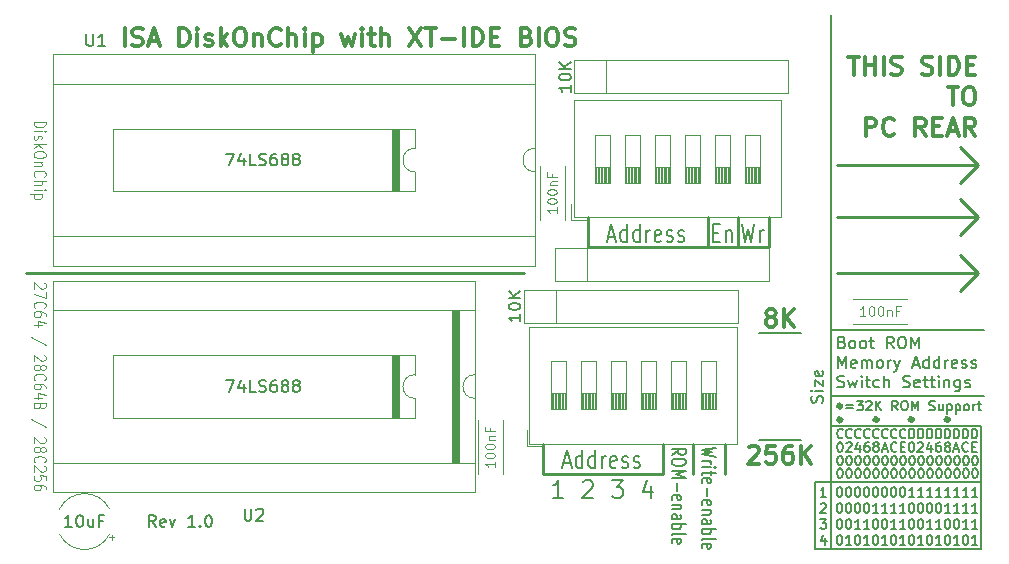
<source format=gto>
G04 #@! TF.GenerationSoftware,KiCad,Pcbnew,(5.1.6-0)*
G04 #@! TF.CreationDate,2020-08-14T20:43:53-05:00*
G04 #@! TF.ProjectId,DoubleROM-DOC,446f7562-6c65-4524-9f4d-2d444f432e6b,rev?*
G04 #@! TF.SameCoordinates,Original*
G04 #@! TF.FileFunction,Legend,Top*
G04 #@! TF.FilePolarity,Positive*
%FSLAX46Y46*%
G04 Gerber Fmt 4.6, Leading zero omitted, Abs format (unit mm)*
G04 Created by KiCad (PCBNEW (5.1.6-0)) date 2020-08-14 20:43:53*
%MOMM*%
%LPD*%
G01*
G04 APERTURE LIST*
%ADD10C,0.200000*%
%ADD11C,0.254000*%
%ADD12C,0.304800*%
%ADD13C,0.150000*%
%ADD14C,0.381000*%
%ADD15C,0.120000*%
%ADD16C,0.127000*%
%ADD17C,0.100000*%
G04 APERTURE END LIST*
D10*
X241136285Y-132167571D02*
X241422000Y-133667571D01*
X241650571Y-132596142D01*
X241879142Y-133667571D01*
X242164857Y-132167571D01*
X242622000Y-133667571D02*
X242622000Y-132667571D01*
X242622000Y-132953285D02*
X242679142Y-132810428D01*
X242736285Y-132739000D01*
X242850571Y-132667571D01*
X242964857Y-132667571D01*
X248666000Y-146685000D02*
X261620000Y-146685000D01*
X248666000Y-141097000D02*
X261620000Y-141097000D01*
D11*
X249174000Y-136271000D02*
X261112000Y-136271000D01*
X261112000Y-136271000D02*
X259588000Y-134747000D01*
X261112000Y-136271000D02*
X259588000Y-137795000D01*
X249174000Y-131572000D02*
X261112000Y-131572000D01*
X261112000Y-131572000D02*
X259588000Y-133096000D01*
X261112000Y-131572000D02*
X259588000Y-130048000D01*
X261112000Y-127127000D02*
X259588000Y-128651000D01*
X261112000Y-127127000D02*
X259588000Y-125603000D01*
X249174000Y-127127000D02*
X261112000Y-127127000D01*
D12*
X250137022Y-117986628D02*
X251007880Y-117986628D01*
X250572451Y-119510628D02*
X250572451Y-117986628D01*
X251515880Y-119510628D02*
X251515880Y-117986628D01*
X251515880Y-118712342D02*
X252386737Y-118712342D01*
X252386737Y-119510628D02*
X252386737Y-117986628D01*
X253112451Y-119510628D02*
X253112451Y-117986628D01*
X253765594Y-119438057D02*
X253983308Y-119510628D01*
X254346165Y-119510628D01*
X254491308Y-119438057D01*
X254563880Y-119365485D01*
X254636451Y-119220342D01*
X254636451Y-119075200D01*
X254563880Y-118930057D01*
X254491308Y-118857485D01*
X254346165Y-118784914D01*
X254055880Y-118712342D01*
X253910737Y-118639771D01*
X253838165Y-118567200D01*
X253765594Y-118422057D01*
X253765594Y-118276914D01*
X253838165Y-118131771D01*
X253910737Y-118059200D01*
X254055880Y-117986628D01*
X254418737Y-117986628D01*
X254636451Y-118059200D01*
X256378165Y-119438057D02*
X256595880Y-119510628D01*
X256958737Y-119510628D01*
X257103880Y-119438057D01*
X257176451Y-119365485D01*
X257249022Y-119220342D01*
X257249022Y-119075200D01*
X257176451Y-118930057D01*
X257103880Y-118857485D01*
X256958737Y-118784914D01*
X256668451Y-118712342D01*
X256523308Y-118639771D01*
X256450737Y-118567200D01*
X256378165Y-118422057D01*
X256378165Y-118276914D01*
X256450737Y-118131771D01*
X256523308Y-118059200D01*
X256668451Y-117986628D01*
X257031308Y-117986628D01*
X257249022Y-118059200D01*
X257902165Y-119510628D02*
X257902165Y-117986628D01*
X258627880Y-119510628D02*
X258627880Y-117986628D01*
X258990737Y-117986628D01*
X259208451Y-118059200D01*
X259353594Y-118204342D01*
X259426165Y-118349485D01*
X259498737Y-118639771D01*
X259498737Y-118857485D01*
X259426165Y-119147771D01*
X259353594Y-119292914D01*
X259208451Y-119438057D01*
X258990737Y-119510628D01*
X258627880Y-119510628D01*
X260151880Y-118712342D02*
X260659880Y-118712342D01*
X260877594Y-119510628D02*
X260151880Y-119510628D01*
X260151880Y-117986628D01*
X260877594Y-117986628D01*
X258555308Y-120577428D02*
X259426165Y-120577428D01*
X258990737Y-122101428D02*
X258990737Y-120577428D01*
X260224451Y-120577428D02*
X260514737Y-120577428D01*
X260659880Y-120650000D01*
X260805022Y-120795142D01*
X260877594Y-121085428D01*
X260877594Y-121593428D01*
X260805022Y-121883714D01*
X260659880Y-122028857D01*
X260514737Y-122101428D01*
X260224451Y-122101428D01*
X260079308Y-122028857D01*
X259934165Y-121883714D01*
X259861594Y-121593428D01*
X259861594Y-121085428D01*
X259934165Y-120795142D01*
X260079308Y-120650000D01*
X260224451Y-120577428D01*
X251588451Y-124692228D02*
X251588451Y-123168228D01*
X252169022Y-123168228D01*
X252314165Y-123240800D01*
X252386737Y-123313371D01*
X252459308Y-123458514D01*
X252459308Y-123676228D01*
X252386737Y-123821371D01*
X252314165Y-123893942D01*
X252169022Y-123966514D01*
X251588451Y-123966514D01*
X253983308Y-124547085D02*
X253910737Y-124619657D01*
X253693022Y-124692228D01*
X253547880Y-124692228D01*
X253330165Y-124619657D01*
X253185022Y-124474514D01*
X253112451Y-124329371D01*
X253039880Y-124039085D01*
X253039880Y-123821371D01*
X253112451Y-123531085D01*
X253185022Y-123385942D01*
X253330165Y-123240800D01*
X253547880Y-123168228D01*
X253693022Y-123168228D01*
X253910737Y-123240800D01*
X253983308Y-123313371D01*
X256668451Y-124692228D02*
X256160451Y-123966514D01*
X255797594Y-124692228D02*
X255797594Y-123168228D01*
X256378165Y-123168228D01*
X256523308Y-123240800D01*
X256595880Y-123313371D01*
X256668451Y-123458514D01*
X256668451Y-123676228D01*
X256595880Y-123821371D01*
X256523308Y-123893942D01*
X256378165Y-123966514D01*
X255797594Y-123966514D01*
X257321594Y-123893942D02*
X257829594Y-123893942D01*
X258047308Y-124692228D02*
X257321594Y-124692228D01*
X257321594Y-123168228D01*
X258047308Y-123168228D01*
X258627880Y-124256800D02*
X259353594Y-124256800D01*
X258482737Y-124692228D02*
X258990737Y-123168228D01*
X259498737Y-124692228D01*
X260877594Y-124692228D02*
X260369594Y-123966514D01*
X260006737Y-124692228D02*
X260006737Y-123168228D01*
X260587308Y-123168228D01*
X260732451Y-123240800D01*
X260805022Y-123313371D01*
X260877594Y-123458514D01*
X260877594Y-123676228D01*
X260805022Y-123821371D01*
X260732451Y-123893942D01*
X260587308Y-123966514D01*
X260006737Y-123966514D01*
D13*
X249375357Y-152850904D02*
X249451547Y-152850904D01*
X249527738Y-152889000D01*
X249565833Y-152927095D01*
X249603928Y-153003285D01*
X249642023Y-153155666D01*
X249642023Y-153346142D01*
X249603928Y-153498523D01*
X249565833Y-153574714D01*
X249527738Y-153612809D01*
X249451547Y-153650904D01*
X249375357Y-153650904D01*
X249299166Y-153612809D01*
X249261071Y-153574714D01*
X249222976Y-153498523D01*
X249184880Y-153346142D01*
X249184880Y-153155666D01*
X249222976Y-153003285D01*
X249261071Y-152927095D01*
X249299166Y-152889000D01*
X249375357Y-152850904D01*
X250137261Y-152850904D02*
X250213452Y-152850904D01*
X250289642Y-152889000D01*
X250327738Y-152927095D01*
X250365833Y-153003285D01*
X250403928Y-153155666D01*
X250403928Y-153346142D01*
X250365833Y-153498523D01*
X250327738Y-153574714D01*
X250289642Y-153612809D01*
X250213452Y-153650904D01*
X250137261Y-153650904D01*
X250061071Y-153612809D01*
X250022976Y-153574714D01*
X249984880Y-153498523D01*
X249946785Y-153346142D01*
X249946785Y-153155666D01*
X249984880Y-153003285D01*
X250022976Y-152927095D01*
X250061071Y-152889000D01*
X250137261Y-152850904D01*
X250899166Y-152850904D02*
X250975357Y-152850904D01*
X251051547Y-152889000D01*
X251089642Y-152927095D01*
X251127738Y-153003285D01*
X251165833Y-153155666D01*
X251165833Y-153346142D01*
X251127738Y-153498523D01*
X251089642Y-153574714D01*
X251051547Y-153612809D01*
X250975357Y-153650904D01*
X250899166Y-153650904D01*
X250822976Y-153612809D01*
X250784880Y-153574714D01*
X250746785Y-153498523D01*
X250708690Y-153346142D01*
X250708690Y-153155666D01*
X250746785Y-153003285D01*
X250784880Y-152927095D01*
X250822976Y-152889000D01*
X250899166Y-152850904D01*
X251661071Y-152850904D02*
X251737261Y-152850904D01*
X251813452Y-152889000D01*
X251851547Y-152927095D01*
X251889642Y-153003285D01*
X251927738Y-153155666D01*
X251927738Y-153346142D01*
X251889642Y-153498523D01*
X251851547Y-153574714D01*
X251813452Y-153612809D01*
X251737261Y-153650904D01*
X251661071Y-153650904D01*
X251584880Y-153612809D01*
X251546785Y-153574714D01*
X251508690Y-153498523D01*
X251470595Y-153346142D01*
X251470595Y-153155666D01*
X251508690Y-153003285D01*
X251546785Y-152927095D01*
X251584880Y-152889000D01*
X251661071Y-152850904D01*
X252422976Y-152850904D02*
X252499166Y-152850904D01*
X252575357Y-152889000D01*
X252613452Y-152927095D01*
X252651547Y-153003285D01*
X252689642Y-153155666D01*
X252689642Y-153346142D01*
X252651547Y-153498523D01*
X252613452Y-153574714D01*
X252575357Y-153612809D01*
X252499166Y-153650904D01*
X252422976Y-153650904D01*
X252346785Y-153612809D01*
X252308690Y-153574714D01*
X252270595Y-153498523D01*
X252232500Y-153346142D01*
X252232500Y-153155666D01*
X252270595Y-153003285D01*
X252308690Y-152927095D01*
X252346785Y-152889000D01*
X252422976Y-152850904D01*
X253184880Y-152850904D02*
X253261071Y-152850904D01*
X253337261Y-152889000D01*
X253375357Y-152927095D01*
X253413452Y-153003285D01*
X253451547Y-153155666D01*
X253451547Y-153346142D01*
X253413452Y-153498523D01*
X253375357Y-153574714D01*
X253337261Y-153612809D01*
X253261071Y-153650904D01*
X253184880Y-153650904D01*
X253108690Y-153612809D01*
X253070595Y-153574714D01*
X253032500Y-153498523D01*
X252994404Y-153346142D01*
X252994404Y-153155666D01*
X253032500Y-153003285D01*
X253070595Y-152927095D01*
X253108690Y-152889000D01*
X253184880Y-152850904D01*
X253946785Y-152850904D02*
X254022976Y-152850904D01*
X254099166Y-152889000D01*
X254137261Y-152927095D01*
X254175357Y-153003285D01*
X254213452Y-153155666D01*
X254213452Y-153346142D01*
X254175357Y-153498523D01*
X254137261Y-153574714D01*
X254099166Y-153612809D01*
X254022976Y-153650904D01*
X253946785Y-153650904D01*
X253870595Y-153612809D01*
X253832500Y-153574714D01*
X253794404Y-153498523D01*
X253756309Y-153346142D01*
X253756309Y-153155666D01*
X253794404Y-153003285D01*
X253832500Y-152927095D01*
X253870595Y-152889000D01*
X253946785Y-152850904D01*
X254708690Y-152850904D02*
X254784880Y-152850904D01*
X254861071Y-152889000D01*
X254899166Y-152927095D01*
X254937261Y-153003285D01*
X254975357Y-153155666D01*
X254975357Y-153346142D01*
X254937261Y-153498523D01*
X254899166Y-153574714D01*
X254861071Y-153612809D01*
X254784880Y-153650904D01*
X254708690Y-153650904D01*
X254632500Y-153612809D01*
X254594404Y-153574714D01*
X254556309Y-153498523D01*
X254518214Y-153346142D01*
X254518214Y-153155666D01*
X254556309Y-153003285D01*
X254594404Y-152927095D01*
X254632500Y-152889000D01*
X254708690Y-152850904D01*
X255470595Y-152850904D02*
X255546785Y-152850904D01*
X255622976Y-152889000D01*
X255661071Y-152927095D01*
X255699166Y-153003285D01*
X255737261Y-153155666D01*
X255737261Y-153346142D01*
X255699166Y-153498523D01*
X255661071Y-153574714D01*
X255622976Y-153612809D01*
X255546785Y-153650904D01*
X255470595Y-153650904D01*
X255394404Y-153612809D01*
X255356309Y-153574714D01*
X255318214Y-153498523D01*
X255280119Y-153346142D01*
X255280119Y-153155666D01*
X255318214Y-153003285D01*
X255356309Y-152927095D01*
X255394404Y-152889000D01*
X255470595Y-152850904D01*
X256232500Y-152850904D02*
X256308690Y-152850904D01*
X256384880Y-152889000D01*
X256422976Y-152927095D01*
X256461071Y-153003285D01*
X256499166Y-153155666D01*
X256499166Y-153346142D01*
X256461071Y-153498523D01*
X256422976Y-153574714D01*
X256384880Y-153612809D01*
X256308690Y-153650904D01*
X256232500Y-153650904D01*
X256156309Y-153612809D01*
X256118214Y-153574714D01*
X256080119Y-153498523D01*
X256042023Y-153346142D01*
X256042023Y-153155666D01*
X256080119Y-153003285D01*
X256118214Y-152927095D01*
X256156309Y-152889000D01*
X256232500Y-152850904D01*
X256994404Y-152850904D02*
X257070595Y-152850904D01*
X257146785Y-152889000D01*
X257184880Y-152927095D01*
X257222976Y-153003285D01*
X257261071Y-153155666D01*
X257261071Y-153346142D01*
X257222976Y-153498523D01*
X257184880Y-153574714D01*
X257146785Y-153612809D01*
X257070595Y-153650904D01*
X256994404Y-153650904D01*
X256918214Y-153612809D01*
X256880119Y-153574714D01*
X256842023Y-153498523D01*
X256803928Y-153346142D01*
X256803928Y-153155666D01*
X256842023Y-153003285D01*
X256880119Y-152927095D01*
X256918214Y-152889000D01*
X256994404Y-152850904D01*
X257756309Y-152850904D02*
X257832500Y-152850904D01*
X257908690Y-152889000D01*
X257946785Y-152927095D01*
X257984880Y-153003285D01*
X258022976Y-153155666D01*
X258022976Y-153346142D01*
X257984880Y-153498523D01*
X257946785Y-153574714D01*
X257908690Y-153612809D01*
X257832500Y-153650904D01*
X257756309Y-153650904D01*
X257680119Y-153612809D01*
X257642023Y-153574714D01*
X257603928Y-153498523D01*
X257565833Y-153346142D01*
X257565833Y-153155666D01*
X257603928Y-153003285D01*
X257642023Y-152927095D01*
X257680119Y-152889000D01*
X257756309Y-152850904D01*
X258518214Y-152850904D02*
X258594404Y-152850904D01*
X258670595Y-152889000D01*
X258708690Y-152927095D01*
X258746785Y-153003285D01*
X258784880Y-153155666D01*
X258784880Y-153346142D01*
X258746785Y-153498523D01*
X258708690Y-153574714D01*
X258670595Y-153612809D01*
X258594404Y-153650904D01*
X258518214Y-153650904D01*
X258442023Y-153612809D01*
X258403928Y-153574714D01*
X258365833Y-153498523D01*
X258327738Y-153346142D01*
X258327738Y-153155666D01*
X258365833Y-153003285D01*
X258403928Y-152927095D01*
X258442023Y-152889000D01*
X258518214Y-152850904D01*
X259280119Y-152850904D02*
X259356309Y-152850904D01*
X259432500Y-152889000D01*
X259470595Y-152927095D01*
X259508690Y-153003285D01*
X259546785Y-153155666D01*
X259546785Y-153346142D01*
X259508690Y-153498523D01*
X259470595Y-153574714D01*
X259432500Y-153612809D01*
X259356309Y-153650904D01*
X259280119Y-153650904D01*
X259203928Y-153612809D01*
X259165833Y-153574714D01*
X259127738Y-153498523D01*
X259089642Y-153346142D01*
X259089642Y-153155666D01*
X259127738Y-153003285D01*
X259165833Y-152927095D01*
X259203928Y-152889000D01*
X259280119Y-152850904D01*
X260042023Y-152850904D02*
X260118214Y-152850904D01*
X260194404Y-152889000D01*
X260232500Y-152927095D01*
X260270595Y-153003285D01*
X260308690Y-153155666D01*
X260308690Y-153346142D01*
X260270595Y-153498523D01*
X260232500Y-153574714D01*
X260194404Y-153612809D01*
X260118214Y-153650904D01*
X260042023Y-153650904D01*
X259965833Y-153612809D01*
X259927738Y-153574714D01*
X259889642Y-153498523D01*
X259851547Y-153346142D01*
X259851547Y-153155666D01*
X259889642Y-153003285D01*
X259927738Y-152927095D01*
X259965833Y-152889000D01*
X260042023Y-152850904D01*
X260803928Y-152850904D02*
X260880119Y-152850904D01*
X260956309Y-152889000D01*
X260994404Y-152927095D01*
X261032500Y-153003285D01*
X261070595Y-153155666D01*
X261070595Y-153346142D01*
X261032500Y-153498523D01*
X260994404Y-153574714D01*
X260956309Y-153612809D01*
X260880119Y-153650904D01*
X260803928Y-153650904D01*
X260727738Y-153612809D01*
X260689642Y-153574714D01*
X260651547Y-153498523D01*
X260613452Y-153346142D01*
X260613452Y-153155666D01*
X260651547Y-153003285D01*
X260689642Y-152927095D01*
X260727738Y-152889000D01*
X260803928Y-152850904D01*
D14*
X258635500Y-148717000D02*
G75*
G03*
X258635500Y-148717000I-127000J0D01*
G01*
D10*
X248666000Y-149225000D02*
X261366000Y-149225000D01*
X261366000Y-149225000D02*
X261366000Y-159709000D01*
X248666000Y-159639000D02*
X248666000Y-149225000D01*
D13*
X249921476Y-147523357D02*
X250531000Y-147523357D01*
X250531000Y-147751928D02*
X249921476Y-147751928D01*
X250835761Y-147142404D02*
X251331000Y-147142404D01*
X251064333Y-147447166D01*
X251178619Y-147447166D01*
X251254809Y-147485261D01*
X251292904Y-147523357D01*
X251331000Y-147599547D01*
X251331000Y-147790023D01*
X251292904Y-147866214D01*
X251254809Y-147904309D01*
X251178619Y-147942404D01*
X250950047Y-147942404D01*
X250873857Y-147904309D01*
X250835761Y-147866214D01*
X251635761Y-147218595D02*
X251673857Y-147180500D01*
X251750047Y-147142404D01*
X251940523Y-147142404D01*
X252016714Y-147180500D01*
X252054809Y-147218595D01*
X252092904Y-147294785D01*
X252092904Y-147370976D01*
X252054809Y-147485261D01*
X251597666Y-147942404D01*
X252092904Y-147942404D01*
X252435761Y-147942404D02*
X252435761Y-147142404D01*
X252892904Y-147942404D02*
X252550047Y-147485261D01*
X252892904Y-147142404D02*
X252435761Y-147599547D01*
X254302428Y-147942404D02*
X254035761Y-147561452D01*
X253845285Y-147942404D02*
X253845285Y-147142404D01*
X254150047Y-147142404D01*
X254226238Y-147180500D01*
X254264333Y-147218595D01*
X254302428Y-147294785D01*
X254302428Y-147409071D01*
X254264333Y-147485261D01*
X254226238Y-147523357D01*
X254150047Y-147561452D01*
X253845285Y-147561452D01*
X254797666Y-147142404D02*
X254950047Y-147142404D01*
X255026238Y-147180500D01*
X255102428Y-147256690D01*
X255140523Y-147409071D01*
X255140523Y-147675738D01*
X255102428Y-147828119D01*
X255026238Y-147904309D01*
X254950047Y-147942404D01*
X254797666Y-147942404D01*
X254721476Y-147904309D01*
X254645285Y-147828119D01*
X254607190Y-147675738D01*
X254607190Y-147409071D01*
X254645285Y-147256690D01*
X254721476Y-147180500D01*
X254797666Y-147142404D01*
X255483380Y-147942404D02*
X255483380Y-147142404D01*
X255750047Y-147713833D01*
X256016714Y-147142404D01*
X256016714Y-147942404D01*
X256969095Y-147904309D02*
X257083380Y-147942404D01*
X257273857Y-147942404D01*
X257350047Y-147904309D01*
X257388142Y-147866214D01*
X257426238Y-147790023D01*
X257426238Y-147713833D01*
X257388142Y-147637642D01*
X257350047Y-147599547D01*
X257273857Y-147561452D01*
X257121476Y-147523357D01*
X257045285Y-147485261D01*
X257007190Y-147447166D01*
X256969095Y-147370976D01*
X256969095Y-147294785D01*
X257007190Y-147218595D01*
X257045285Y-147180500D01*
X257121476Y-147142404D01*
X257311952Y-147142404D01*
X257426238Y-147180500D01*
X258111952Y-147409071D02*
X258111952Y-147942404D01*
X257769095Y-147409071D02*
X257769095Y-147828119D01*
X257807190Y-147904309D01*
X257883380Y-147942404D01*
X257997666Y-147942404D01*
X258073857Y-147904309D01*
X258111952Y-147866214D01*
X258492904Y-147409071D02*
X258492904Y-148209071D01*
X258492904Y-147447166D02*
X258569095Y-147409071D01*
X258721476Y-147409071D01*
X258797666Y-147447166D01*
X258835761Y-147485261D01*
X258873857Y-147561452D01*
X258873857Y-147790023D01*
X258835761Y-147866214D01*
X258797666Y-147904309D01*
X258721476Y-147942404D01*
X258569095Y-147942404D01*
X258492904Y-147904309D01*
X259216714Y-147409071D02*
X259216714Y-148209071D01*
X259216714Y-147447166D02*
X259292904Y-147409071D01*
X259445285Y-147409071D01*
X259521476Y-147447166D01*
X259559571Y-147485261D01*
X259597666Y-147561452D01*
X259597666Y-147790023D01*
X259559571Y-147866214D01*
X259521476Y-147904309D01*
X259445285Y-147942404D01*
X259292904Y-147942404D01*
X259216714Y-147904309D01*
X260054809Y-147942404D02*
X259978619Y-147904309D01*
X259940523Y-147866214D01*
X259902428Y-147790023D01*
X259902428Y-147561452D01*
X259940523Y-147485261D01*
X259978619Y-147447166D01*
X260054809Y-147409071D01*
X260169095Y-147409071D01*
X260245285Y-147447166D01*
X260283380Y-147485261D01*
X260321476Y-147561452D01*
X260321476Y-147790023D01*
X260283380Y-147866214D01*
X260245285Y-147904309D01*
X260169095Y-147942404D01*
X260054809Y-147942404D01*
X260664333Y-147942404D02*
X260664333Y-147409071D01*
X260664333Y-147561452D02*
X260702428Y-147485261D01*
X260740523Y-147447166D01*
X260816714Y-147409071D01*
X260892904Y-147409071D01*
X261045285Y-147409071D02*
X261350047Y-147409071D01*
X261159571Y-147142404D02*
X261159571Y-147828119D01*
X261197666Y-147904309D01*
X261273857Y-147942404D01*
X261350047Y-147942404D01*
X248245023Y-155251904D02*
X247787880Y-155251904D01*
X248016452Y-155251904D02*
X248016452Y-154451904D01*
X247940261Y-154566190D01*
X247864071Y-154642380D01*
X247787880Y-154680476D01*
X249349785Y-154451904D02*
X249425976Y-154451904D01*
X249502166Y-154490000D01*
X249540261Y-154528095D01*
X249578357Y-154604285D01*
X249616452Y-154756666D01*
X249616452Y-154947142D01*
X249578357Y-155099523D01*
X249540261Y-155175714D01*
X249502166Y-155213809D01*
X249425976Y-155251904D01*
X249349785Y-155251904D01*
X249273595Y-155213809D01*
X249235500Y-155175714D01*
X249197404Y-155099523D01*
X249159309Y-154947142D01*
X249159309Y-154756666D01*
X249197404Y-154604285D01*
X249235500Y-154528095D01*
X249273595Y-154490000D01*
X249349785Y-154451904D01*
X250111690Y-154451904D02*
X250187880Y-154451904D01*
X250264071Y-154490000D01*
X250302166Y-154528095D01*
X250340261Y-154604285D01*
X250378357Y-154756666D01*
X250378357Y-154947142D01*
X250340261Y-155099523D01*
X250302166Y-155175714D01*
X250264071Y-155213809D01*
X250187880Y-155251904D01*
X250111690Y-155251904D01*
X250035500Y-155213809D01*
X249997404Y-155175714D01*
X249959309Y-155099523D01*
X249921214Y-154947142D01*
X249921214Y-154756666D01*
X249959309Y-154604285D01*
X249997404Y-154528095D01*
X250035500Y-154490000D01*
X250111690Y-154451904D01*
X250873595Y-154451904D02*
X250949785Y-154451904D01*
X251025976Y-154490000D01*
X251064071Y-154528095D01*
X251102166Y-154604285D01*
X251140261Y-154756666D01*
X251140261Y-154947142D01*
X251102166Y-155099523D01*
X251064071Y-155175714D01*
X251025976Y-155213809D01*
X250949785Y-155251904D01*
X250873595Y-155251904D01*
X250797404Y-155213809D01*
X250759309Y-155175714D01*
X250721214Y-155099523D01*
X250683119Y-154947142D01*
X250683119Y-154756666D01*
X250721214Y-154604285D01*
X250759309Y-154528095D01*
X250797404Y-154490000D01*
X250873595Y-154451904D01*
X251635500Y-154451904D02*
X251711690Y-154451904D01*
X251787880Y-154490000D01*
X251825976Y-154528095D01*
X251864071Y-154604285D01*
X251902166Y-154756666D01*
X251902166Y-154947142D01*
X251864071Y-155099523D01*
X251825976Y-155175714D01*
X251787880Y-155213809D01*
X251711690Y-155251904D01*
X251635500Y-155251904D01*
X251559309Y-155213809D01*
X251521214Y-155175714D01*
X251483119Y-155099523D01*
X251445023Y-154947142D01*
X251445023Y-154756666D01*
X251483119Y-154604285D01*
X251521214Y-154528095D01*
X251559309Y-154490000D01*
X251635500Y-154451904D01*
X252397404Y-154451904D02*
X252473595Y-154451904D01*
X252549785Y-154490000D01*
X252587880Y-154528095D01*
X252625976Y-154604285D01*
X252664071Y-154756666D01*
X252664071Y-154947142D01*
X252625976Y-155099523D01*
X252587880Y-155175714D01*
X252549785Y-155213809D01*
X252473595Y-155251904D01*
X252397404Y-155251904D01*
X252321214Y-155213809D01*
X252283119Y-155175714D01*
X252245023Y-155099523D01*
X252206928Y-154947142D01*
X252206928Y-154756666D01*
X252245023Y-154604285D01*
X252283119Y-154528095D01*
X252321214Y-154490000D01*
X252397404Y-154451904D01*
X253159309Y-154451904D02*
X253235500Y-154451904D01*
X253311690Y-154490000D01*
X253349785Y-154528095D01*
X253387880Y-154604285D01*
X253425976Y-154756666D01*
X253425976Y-154947142D01*
X253387880Y-155099523D01*
X253349785Y-155175714D01*
X253311690Y-155213809D01*
X253235500Y-155251904D01*
X253159309Y-155251904D01*
X253083119Y-155213809D01*
X253045023Y-155175714D01*
X253006928Y-155099523D01*
X252968833Y-154947142D01*
X252968833Y-154756666D01*
X253006928Y-154604285D01*
X253045023Y-154528095D01*
X253083119Y-154490000D01*
X253159309Y-154451904D01*
X253921214Y-154451904D02*
X253997404Y-154451904D01*
X254073595Y-154490000D01*
X254111690Y-154528095D01*
X254149785Y-154604285D01*
X254187880Y-154756666D01*
X254187880Y-154947142D01*
X254149785Y-155099523D01*
X254111690Y-155175714D01*
X254073595Y-155213809D01*
X253997404Y-155251904D01*
X253921214Y-155251904D01*
X253845023Y-155213809D01*
X253806928Y-155175714D01*
X253768833Y-155099523D01*
X253730738Y-154947142D01*
X253730738Y-154756666D01*
X253768833Y-154604285D01*
X253806928Y-154528095D01*
X253845023Y-154490000D01*
X253921214Y-154451904D01*
X254683119Y-154451904D02*
X254759309Y-154451904D01*
X254835500Y-154490000D01*
X254873595Y-154528095D01*
X254911690Y-154604285D01*
X254949785Y-154756666D01*
X254949785Y-154947142D01*
X254911690Y-155099523D01*
X254873595Y-155175714D01*
X254835500Y-155213809D01*
X254759309Y-155251904D01*
X254683119Y-155251904D01*
X254606928Y-155213809D01*
X254568833Y-155175714D01*
X254530738Y-155099523D01*
X254492642Y-154947142D01*
X254492642Y-154756666D01*
X254530738Y-154604285D01*
X254568833Y-154528095D01*
X254606928Y-154490000D01*
X254683119Y-154451904D01*
X255711690Y-155251904D02*
X255254547Y-155251904D01*
X255483119Y-155251904D02*
X255483119Y-154451904D01*
X255406928Y-154566190D01*
X255330738Y-154642380D01*
X255254547Y-154680476D01*
X256473595Y-155251904D02*
X256016452Y-155251904D01*
X256245023Y-155251904D02*
X256245023Y-154451904D01*
X256168833Y-154566190D01*
X256092642Y-154642380D01*
X256016452Y-154680476D01*
X257235500Y-155251904D02*
X256778357Y-155251904D01*
X257006928Y-155251904D02*
X257006928Y-154451904D01*
X256930738Y-154566190D01*
X256854547Y-154642380D01*
X256778357Y-154680476D01*
X257997404Y-155251904D02*
X257540261Y-155251904D01*
X257768833Y-155251904D02*
X257768833Y-154451904D01*
X257692642Y-154566190D01*
X257616452Y-154642380D01*
X257540261Y-154680476D01*
X258759309Y-155251904D02*
X258302166Y-155251904D01*
X258530738Y-155251904D02*
X258530738Y-154451904D01*
X258454547Y-154566190D01*
X258378357Y-154642380D01*
X258302166Y-154680476D01*
X259521214Y-155251904D02*
X259064071Y-155251904D01*
X259292642Y-155251904D02*
X259292642Y-154451904D01*
X259216452Y-154566190D01*
X259140261Y-154642380D01*
X259064071Y-154680476D01*
X260283119Y-155251904D02*
X259825976Y-155251904D01*
X260054547Y-155251904D02*
X260054547Y-154451904D01*
X259978357Y-154566190D01*
X259902166Y-154642380D01*
X259825976Y-154680476D01*
X261045023Y-155251904D02*
X260587880Y-155251904D01*
X260816452Y-155251904D02*
X260816452Y-154451904D01*
X260740261Y-154566190D01*
X260664071Y-154642380D01*
X260587880Y-154680476D01*
X247787880Y-155878095D02*
X247825976Y-155840000D01*
X247902166Y-155801904D01*
X248092642Y-155801904D01*
X248168833Y-155840000D01*
X248206928Y-155878095D01*
X248245023Y-155954285D01*
X248245023Y-156030476D01*
X248206928Y-156144761D01*
X247749785Y-156601904D01*
X248245023Y-156601904D01*
X249349785Y-155801904D02*
X249425976Y-155801904D01*
X249502166Y-155840000D01*
X249540261Y-155878095D01*
X249578357Y-155954285D01*
X249616452Y-156106666D01*
X249616452Y-156297142D01*
X249578357Y-156449523D01*
X249540261Y-156525714D01*
X249502166Y-156563809D01*
X249425976Y-156601904D01*
X249349785Y-156601904D01*
X249273595Y-156563809D01*
X249235500Y-156525714D01*
X249197404Y-156449523D01*
X249159309Y-156297142D01*
X249159309Y-156106666D01*
X249197404Y-155954285D01*
X249235500Y-155878095D01*
X249273595Y-155840000D01*
X249349785Y-155801904D01*
X250111690Y-155801904D02*
X250187880Y-155801904D01*
X250264071Y-155840000D01*
X250302166Y-155878095D01*
X250340261Y-155954285D01*
X250378357Y-156106666D01*
X250378357Y-156297142D01*
X250340261Y-156449523D01*
X250302166Y-156525714D01*
X250264071Y-156563809D01*
X250187880Y-156601904D01*
X250111690Y-156601904D01*
X250035500Y-156563809D01*
X249997404Y-156525714D01*
X249959309Y-156449523D01*
X249921214Y-156297142D01*
X249921214Y-156106666D01*
X249959309Y-155954285D01*
X249997404Y-155878095D01*
X250035500Y-155840000D01*
X250111690Y-155801904D01*
X250873595Y-155801904D02*
X250949785Y-155801904D01*
X251025976Y-155840000D01*
X251064071Y-155878095D01*
X251102166Y-155954285D01*
X251140261Y-156106666D01*
X251140261Y-156297142D01*
X251102166Y-156449523D01*
X251064071Y-156525714D01*
X251025976Y-156563809D01*
X250949785Y-156601904D01*
X250873595Y-156601904D01*
X250797404Y-156563809D01*
X250759309Y-156525714D01*
X250721214Y-156449523D01*
X250683119Y-156297142D01*
X250683119Y-156106666D01*
X250721214Y-155954285D01*
X250759309Y-155878095D01*
X250797404Y-155840000D01*
X250873595Y-155801904D01*
X251635500Y-155801904D02*
X251711690Y-155801904D01*
X251787880Y-155840000D01*
X251825976Y-155878095D01*
X251864071Y-155954285D01*
X251902166Y-156106666D01*
X251902166Y-156297142D01*
X251864071Y-156449523D01*
X251825976Y-156525714D01*
X251787880Y-156563809D01*
X251711690Y-156601904D01*
X251635500Y-156601904D01*
X251559309Y-156563809D01*
X251521214Y-156525714D01*
X251483119Y-156449523D01*
X251445023Y-156297142D01*
X251445023Y-156106666D01*
X251483119Y-155954285D01*
X251521214Y-155878095D01*
X251559309Y-155840000D01*
X251635500Y-155801904D01*
X252664071Y-156601904D02*
X252206928Y-156601904D01*
X252435500Y-156601904D02*
X252435500Y-155801904D01*
X252359309Y-155916190D01*
X252283119Y-155992380D01*
X252206928Y-156030476D01*
X253425976Y-156601904D02*
X252968833Y-156601904D01*
X253197404Y-156601904D02*
X253197404Y-155801904D01*
X253121214Y-155916190D01*
X253045023Y-155992380D01*
X252968833Y-156030476D01*
X254187880Y-156601904D02*
X253730738Y-156601904D01*
X253959309Y-156601904D02*
X253959309Y-155801904D01*
X253883119Y-155916190D01*
X253806928Y-155992380D01*
X253730738Y-156030476D01*
X254949785Y-156601904D02*
X254492642Y-156601904D01*
X254721214Y-156601904D02*
X254721214Y-155801904D01*
X254645023Y-155916190D01*
X254568833Y-155992380D01*
X254492642Y-156030476D01*
X255445023Y-155801904D02*
X255521214Y-155801904D01*
X255597404Y-155840000D01*
X255635500Y-155878095D01*
X255673595Y-155954285D01*
X255711690Y-156106666D01*
X255711690Y-156297142D01*
X255673595Y-156449523D01*
X255635500Y-156525714D01*
X255597404Y-156563809D01*
X255521214Y-156601904D01*
X255445023Y-156601904D01*
X255368833Y-156563809D01*
X255330738Y-156525714D01*
X255292642Y-156449523D01*
X255254547Y-156297142D01*
X255254547Y-156106666D01*
X255292642Y-155954285D01*
X255330738Y-155878095D01*
X255368833Y-155840000D01*
X255445023Y-155801904D01*
X256206928Y-155801904D02*
X256283119Y-155801904D01*
X256359309Y-155840000D01*
X256397404Y-155878095D01*
X256435500Y-155954285D01*
X256473595Y-156106666D01*
X256473595Y-156297142D01*
X256435500Y-156449523D01*
X256397404Y-156525714D01*
X256359309Y-156563809D01*
X256283119Y-156601904D01*
X256206928Y-156601904D01*
X256130738Y-156563809D01*
X256092642Y-156525714D01*
X256054547Y-156449523D01*
X256016452Y-156297142D01*
X256016452Y-156106666D01*
X256054547Y-155954285D01*
X256092642Y-155878095D01*
X256130738Y-155840000D01*
X256206928Y-155801904D01*
X256968833Y-155801904D02*
X257045023Y-155801904D01*
X257121214Y-155840000D01*
X257159309Y-155878095D01*
X257197404Y-155954285D01*
X257235500Y-156106666D01*
X257235500Y-156297142D01*
X257197404Y-156449523D01*
X257159309Y-156525714D01*
X257121214Y-156563809D01*
X257045023Y-156601904D01*
X256968833Y-156601904D01*
X256892642Y-156563809D01*
X256854547Y-156525714D01*
X256816452Y-156449523D01*
X256778357Y-156297142D01*
X256778357Y-156106666D01*
X256816452Y-155954285D01*
X256854547Y-155878095D01*
X256892642Y-155840000D01*
X256968833Y-155801904D01*
X257730738Y-155801904D02*
X257806928Y-155801904D01*
X257883119Y-155840000D01*
X257921214Y-155878095D01*
X257959309Y-155954285D01*
X257997404Y-156106666D01*
X257997404Y-156297142D01*
X257959309Y-156449523D01*
X257921214Y-156525714D01*
X257883119Y-156563809D01*
X257806928Y-156601904D01*
X257730738Y-156601904D01*
X257654547Y-156563809D01*
X257616452Y-156525714D01*
X257578357Y-156449523D01*
X257540261Y-156297142D01*
X257540261Y-156106666D01*
X257578357Y-155954285D01*
X257616452Y-155878095D01*
X257654547Y-155840000D01*
X257730738Y-155801904D01*
X258759309Y-156601904D02*
X258302166Y-156601904D01*
X258530738Y-156601904D02*
X258530738Y-155801904D01*
X258454547Y-155916190D01*
X258378357Y-155992380D01*
X258302166Y-156030476D01*
X259521214Y-156601904D02*
X259064071Y-156601904D01*
X259292642Y-156601904D02*
X259292642Y-155801904D01*
X259216452Y-155916190D01*
X259140261Y-155992380D01*
X259064071Y-156030476D01*
X260283119Y-156601904D02*
X259825976Y-156601904D01*
X260054547Y-156601904D02*
X260054547Y-155801904D01*
X259978357Y-155916190D01*
X259902166Y-155992380D01*
X259825976Y-156030476D01*
X261045023Y-156601904D02*
X260587880Y-156601904D01*
X260816452Y-156601904D02*
X260816452Y-155801904D01*
X260740261Y-155916190D01*
X260664071Y-155992380D01*
X260587880Y-156030476D01*
X247749785Y-157151904D02*
X248245023Y-157151904D01*
X247978357Y-157456666D01*
X248092642Y-157456666D01*
X248168833Y-157494761D01*
X248206928Y-157532857D01*
X248245023Y-157609047D01*
X248245023Y-157799523D01*
X248206928Y-157875714D01*
X248168833Y-157913809D01*
X248092642Y-157951904D01*
X247864071Y-157951904D01*
X247787880Y-157913809D01*
X247749785Y-157875714D01*
X249349785Y-157151904D02*
X249425976Y-157151904D01*
X249502166Y-157190000D01*
X249540261Y-157228095D01*
X249578357Y-157304285D01*
X249616452Y-157456666D01*
X249616452Y-157647142D01*
X249578357Y-157799523D01*
X249540261Y-157875714D01*
X249502166Y-157913809D01*
X249425976Y-157951904D01*
X249349785Y-157951904D01*
X249273595Y-157913809D01*
X249235500Y-157875714D01*
X249197404Y-157799523D01*
X249159309Y-157647142D01*
X249159309Y-157456666D01*
X249197404Y-157304285D01*
X249235500Y-157228095D01*
X249273595Y-157190000D01*
X249349785Y-157151904D01*
X250111690Y-157151904D02*
X250187880Y-157151904D01*
X250264071Y-157190000D01*
X250302166Y-157228095D01*
X250340261Y-157304285D01*
X250378357Y-157456666D01*
X250378357Y-157647142D01*
X250340261Y-157799523D01*
X250302166Y-157875714D01*
X250264071Y-157913809D01*
X250187880Y-157951904D01*
X250111690Y-157951904D01*
X250035500Y-157913809D01*
X249997404Y-157875714D01*
X249959309Y-157799523D01*
X249921214Y-157647142D01*
X249921214Y-157456666D01*
X249959309Y-157304285D01*
X249997404Y-157228095D01*
X250035500Y-157190000D01*
X250111690Y-157151904D01*
X251140261Y-157951904D02*
X250683119Y-157951904D01*
X250911690Y-157951904D02*
X250911690Y-157151904D01*
X250835500Y-157266190D01*
X250759309Y-157342380D01*
X250683119Y-157380476D01*
X251902166Y-157951904D02*
X251445023Y-157951904D01*
X251673595Y-157951904D02*
X251673595Y-157151904D01*
X251597404Y-157266190D01*
X251521214Y-157342380D01*
X251445023Y-157380476D01*
X252397404Y-157151904D02*
X252473595Y-157151904D01*
X252549785Y-157190000D01*
X252587880Y-157228095D01*
X252625976Y-157304285D01*
X252664071Y-157456666D01*
X252664071Y-157647142D01*
X252625976Y-157799523D01*
X252587880Y-157875714D01*
X252549785Y-157913809D01*
X252473595Y-157951904D01*
X252397404Y-157951904D01*
X252321214Y-157913809D01*
X252283119Y-157875714D01*
X252245023Y-157799523D01*
X252206928Y-157647142D01*
X252206928Y-157456666D01*
X252245023Y-157304285D01*
X252283119Y-157228095D01*
X252321214Y-157190000D01*
X252397404Y-157151904D01*
X253159309Y-157151904D02*
X253235500Y-157151904D01*
X253311690Y-157190000D01*
X253349785Y-157228095D01*
X253387880Y-157304285D01*
X253425976Y-157456666D01*
X253425976Y-157647142D01*
X253387880Y-157799523D01*
X253349785Y-157875714D01*
X253311690Y-157913809D01*
X253235500Y-157951904D01*
X253159309Y-157951904D01*
X253083119Y-157913809D01*
X253045023Y-157875714D01*
X253006928Y-157799523D01*
X252968833Y-157647142D01*
X252968833Y-157456666D01*
X253006928Y-157304285D01*
X253045023Y-157228095D01*
X253083119Y-157190000D01*
X253159309Y-157151904D01*
X254187880Y-157951904D02*
X253730738Y-157951904D01*
X253959309Y-157951904D02*
X253959309Y-157151904D01*
X253883119Y-157266190D01*
X253806928Y-157342380D01*
X253730738Y-157380476D01*
X254949785Y-157951904D02*
X254492642Y-157951904D01*
X254721214Y-157951904D02*
X254721214Y-157151904D01*
X254645023Y-157266190D01*
X254568833Y-157342380D01*
X254492642Y-157380476D01*
X255445023Y-157151904D02*
X255521214Y-157151904D01*
X255597404Y-157190000D01*
X255635500Y-157228095D01*
X255673595Y-157304285D01*
X255711690Y-157456666D01*
X255711690Y-157647142D01*
X255673595Y-157799523D01*
X255635500Y-157875714D01*
X255597404Y-157913809D01*
X255521214Y-157951904D01*
X255445023Y-157951904D01*
X255368833Y-157913809D01*
X255330738Y-157875714D01*
X255292642Y-157799523D01*
X255254547Y-157647142D01*
X255254547Y-157456666D01*
X255292642Y-157304285D01*
X255330738Y-157228095D01*
X255368833Y-157190000D01*
X255445023Y-157151904D01*
X256206928Y-157151904D02*
X256283119Y-157151904D01*
X256359309Y-157190000D01*
X256397404Y-157228095D01*
X256435500Y-157304285D01*
X256473595Y-157456666D01*
X256473595Y-157647142D01*
X256435500Y-157799523D01*
X256397404Y-157875714D01*
X256359309Y-157913809D01*
X256283119Y-157951904D01*
X256206928Y-157951904D01*
X256130738Y-157913809D01*
X256092642Y-157875714D01*
X256054547Y-157799523D01*
X256016452Y-157647142D01*
X256016452Y-157456666D01*
X256054547Y-157304285D01*
X256092642Y-157228095D01*
X256130738Y-157190000D01*
X256206928Y-157151904D01*
X257235500Y-157951904D02*
X256778357Y-157951904D01*
X257006928Y-157951904D02*
X257006928Y-157151904D01*
X256930738Y-157266190D01*
X256854547Y-157342380D01*
X256778357Y-157380476D01*
X257997404Y-157951904D02*
X257540261Y-157951904D01*
X257768833Y-157951904D02*
X257768833Y-157151904D01*
X257692642Y-157266190D01*
X257616452Y-157342380D01*
X257540261Y-157380476D01*
X258492642Y-157151904D02*
X258568833Y-157151904D01*
X258645023Y-157190000D01*
X258683119Y-157228095D01*
X258721214Y-157304285D01*
X258759309Y-157456666D01*
X258759309Y-157647142D01*
X258721214Y-157799523D01*
X258683119Y-157875714D01*
X258645023Y-157913809D01*
X258568833Y-157951904D01*
X258492642Y-157951904D01*
X258416452Y-157913809D01*
X258378357Y-157875714D01*
X258340261Y-157799523D01*
X258302166Y-157647142D01*
X258302166Y-157456666D01*
X258340261Y-157304285D01*
X258378357Y-157228095D01*
X258416452Y-157190000D01*
X258492642Y-157151904D01*
X259254547Y-157151904D02*
X259330738Y-157151904D01*
X259406928Y-157190000D01*
X259445023Y-157228095D01*
X259483119Y-157304285D01*
X259521214Y-157456666D01*
X259521214Y-157647142D01*
X259483119Y-157799523D01*
X259445023Y-157875714D01*
X259406928Y-157913809D01*
X259330738Y-157951904D01*
X259254547Y-157951904D01*
X259178357Y-157913809D01*
X259140261Y-157875714D01*
X259102166Y-157799523D01*
X259064071Y-157647142D01*
X259064071Y-157456666D01*
X259102166Y-157304285D01*
X259140261Y-157228095D01*
X259178357Y-157190000D01*
X259254547Y-157151904D01*
X260283119Y-157951904D02*
X259825976Y-157951904D01*
X260054547Y-157951904D02*
X260054547Y-157151904D01*
X259978357Y-157266190D01*
X259902166Y-157342380D01*
X259825976Y-157380476D01*
X261045023Y-157951904D02*
X260587880Y-157951904D01*
X260816452Y-157951904D02*
X260816452Y-157151904D01*
X260740261Y-157266190D01*
X260664071Y-157342380D01*
X260587880Y-157380476D01*
X248168833Y-158768571D02*
X248168833Y-159301904D01*
X247978357Y-158463809D02*
X247787880Y-159035238D01*
X248283119Y-159035238D01*
X249349785Y-158501904D02*
X249425976Y-158501904D01*
X249502166Y-158540000D01*
X249540261Y-158578095D01*
X249578357Y-158654285D01*
X249616452Y-158806666D01*
X249616452Y-158997142D01*
X249578357Y-159149523D01*
X249540261Y-159225714D01*
X249502166Y-159263809D01*
X249425976Y-159301904D01*
X249349785Y-159301904D01*
X249273595Y-159263809D01*
X249235500Y-159225714D01*
X249197404Y-159149523D01*
X249159309Y-158997142D01*
X249159309Y-158806666D01*
X249197404Y-158654285D01*
X249235500Y-158578095D01*
X249273595Y-158540000D01*
X249349785Y-158501904D01*
X250378357Y-159301904D02*
X249921214Y-159301904D01*
X250149785Y-159301904D02*
X250149785Y-158501904D01*
X250073595Y-158616190D01*
X249997404Y-158692380D01*
X249921214Y-158730476D01*
X250873595Y-158501904D02*
X250949785Y-158501904D01*
X251025976Y-158540000D01*
X251064071Y-158578095D01*
X251102166Y-158654285D01*
X251140261Y-158806666D01*
X251140261Y-158997142D01*
X251102166Y-159149523D01*
X251064071Y-159225714D01*
X251025976Y-159263809D01*
X250949785Y-159301904D01*
X250873595Y-159301904D01*
X250797404Y-159263809D01*
X250759309Y-159225714D01*
X250721214Y-159149523D01*
X250683119Y-158997142D01*
X250683119Y-158806666D01*
X250721214Y-158654285D01*
X250759309Y-158578095D01*
X250797404Y-158540000D01*
X250873595Y-158501904D01*
X251902166Y-159301904D02*
X251445023Y-159301904D01*
X251673595Y-159301904D02*
X251673595Y-158501904D01*
X251597404Y-158616190D01*
X251521214Y-158692380D01*
X251445023Y-158730476D01*
X252397404Y-158501904D02*
X252473595Y-158501904D01*
X252549785Y-158540000D01*
X252587880Y-158578095D01*
X252625976Y-158654285D01*
X252664071Y-158806666D01*
X252664071Y-158997142D01*
X252625976Y-159149523D01*
X252587880Y-159225714D01*
X252549785Y-159263809D01*
X252473595Y-159301904D01*
X252397404Y-159301904D01*
X252321214Y-159263809D01*
X252283119Y-159225714D01*
X252245023Y-159149523D01*
X252206928Y-158997142D01*
X252206928Y-158806666D01*
X252245023Y-158654285D01*
X252283119Y-158578095D01*
X252321214Y-158540000D01*
X252397404Y-158501904D01*
X253425976Y-159301904D02*
X252968833Y-159301904D01*
X253197404Y-159301904D02*
X253197404Y-158501904D01*
X253121214Y-158616190D01*
X253045023Y-158692380D01*
X252968833Y-158730476D01*
X253921214Y-158501904D02*
X253997404Y-158501904D01*
X254073595Y-158540000D01*
X254111690Y-158578095D01*
X254149785Y-158654285D01*
X254187880Y-158806666D01*
X254187880Y-158997142D01*
X254149785Y-159149523D01*
X254111690Y-159225714D01*
X254073595Y-159263809D01*
X253997404Y-159301904D01*
X253921214Y-159301904D01*
X253845023Y-159263809D01*
X253806928Y-159225714D01*
X253768833Y-159149523D01*
X253730738Y-158997142D01*
X253730738Y-158806666D01*
X253768833Y-158654285D01*
X253806928Y-158578095D01*
X253845023Y-158540000D01*
X253921214Y-158501904D01*
X254949785Y-159301904D02*
X254492642Y-159301904D01*
X254721214Y-159301904D02*
X254721214Y-158501904D01*
X254645023Y-158616190D01*
X254568833Y-158692380D01*
X254492642Y-158730476D01*
X255445023Y-158501904D02*
X255521214Y-158501904D01*
X255597404Y-158540000D01*
X255635500Y-158578095D01*
X255673595Y-158654285D01*
X255711690Y-158806666D01*
X255711690Y-158997142D01*
X255673595Y-159149523D01*
X255635500Y-159225714D01*
X255597404Y-159263809D01*
X255521214Y-159301904D01*
X255445023Y-159301904D01*
X255368833Y-159263809D01*
X255330738Y-159225714D01*
X255292642Y-159149523D01*
X255254547Y-158997142D01*
X255254547Y-158806666D01*
X255292642Y-158654285D01*
X255330738Y-158578095D01*
X255368833Y-158540000D01*
X255445023Y-158501904D01*
X256473595Y-159301904D02*
X256016452Y-159301904D01*
X256245023Y-159301904D02*
X256245023Y-158501904D01*
X256168833Y-158616190D01*
X256092642Y-158692380D01*
X256016452Y-158730476D01*
X256968833Y-158501904D02*
X257045023Y-158501904D01*
X257121214Y-158540000D01*
X257159309Y-158578095D01*
X257197404Y-158654285D01*
X257235500Y-158806666D01*
X257235500Y-158997142D01*
X257197404Y-159149523D01*
X257159309Y-159225714D01*
X257121214Y-159263809D01*
X257045023Y-159301904D01*
X256968833Y-159301904D01*
X256892642Y-159263809D01*
X256854547Y-159225714D01*
X256816452Y-159149523D01*
X256778357Y-158997142D01*
X256778357Y-158806666D01*
X256816452Y-158654285D01*
X256854547Y-158578095D01*
X256892642Y-158540000D01*
X256968833Y-158501904D01*
X257997404Y-159301904D02*
X257540261Y-159301904D01*
X257768833Y-159301904D02*
X257768833Y-158501904D01*
X257692642Y-158616190D01*
X257616452Y-158692380D01*
X257540261Y-158730476D01*
X258492642Y-158501904D02*
X258568833Y-158501904D01*
X258645023Y-158540000D01*
X258683119Y-158578095D01*
X258721214Y-158654285D01*
X258759309Y-158806666D01*
X258759309Y-158997142D01*
X258721214Y-159149523D01*
X258683119Y-159225714D01*
X258645023Y-159263809D01*
X258568833Y-159301904D01*
X258492642Y-159301904D01*
X258416452Y-159263809D01*
X258378357Y-159225714D01*
X258340261Y-159149523D01*
X258302166Y-158997142D01*
X258302166Y-158806666D01*
X258340261Y-158654285D01*
X258378357Y-158578095D01*
X258416452Y-158540000D01*
X258492642Y-158501904D01*
X259521214Y-159301904D02*
X259064071Y-159301904D01*
X259292642Y-159301904D02*
X259292642Y-158501904D01*
X259216452Y-158616190D01*
X259140261Y-158692380D01*
X259064071Y-158730476D01*
X260016452Y-158501904D02*
X260092642Y-158501904D01*
X260168833Y-158540000D01*
X260206928Y-158578095D01*
X260245023Y-158654285D01*
X260283119Y-158806666D01*
X260283119Y-158997142D01*
X260245023Y-159149523D01*
X260206928Y-159225714D01*
X260168833Y-159263809D01*
X260092642Y-159301904D01*
X260016452Y-159301904D01*
X259940261Y-159263809D01*
X259902166Y-159225714D01*
X259864071Y-159149523D01*
X259825976Y-158997142D01*
X259825976Y-158806666D01*
X259864071Y-158654285D01*
X259902166Y-158578095D01*
X259940261Y-158540000D01*
X260016452Y-158501904D01*
X261045023Y-159301904D02*
X260587880Y-159301904D01*
X260816452Y-159301904D02*
X260816452Y-158501904D01*
X260740261Y-158616190D01*
X260664071Y-158692380D01*
X260587880Y-158730476D01*
X249375357Y-151777904D02*
X249451547Y-151777904D01*
X249527738Y-151816000D01*
X249565833Y-151854095D01*
X249603928Y-151930285D01*
X249642023Y-152082666D01*
X249642023Y-152273142D01*
X249603928Y-152425523D01*
X249565833Y-152501714D01*
X249527738Y-152539809D01*
X249451547Y-152577904D01*
X249375357Y-152577904D01*
X249299166Y-152539809D01*
X249261071Y-152501714D01*
X249222976Y-152425523D01*
X249184880Y-152273142D01*
X249184880Y-152082666D01*
X249222976Y-151930285D01*
X249261071Y-151854095D01*
X249299166Y-151816000D01*
X249375357Y-151777904D01*
X250137261Y-151777904D02*
X250213452Y-151777904D01*
X250289642Y-151816000D01*
X250327738Y-151854095D01*
X250365833Y-151930285D01*
X250403928Y-152082666D01*
X250403928Y-152273142D01*
X250365833Y-152425523D01*
X250327738Y-152501714D01*
X250289642Y-152539809D01*
X250213452Y-152577904D01*
X250137261Y-152577904D01*
X250061071Y-152539809D01*
X250022976Y-152501714D01*
X249984880Y-152425523D01*
X249946785Y-152273142D01*
X249946785Y-152082666D01*
X249984880Y-151930285D01*
X250022976Y-151854095D01*
X250061071Y-151816000D01*
X250137261Y-151777904D01*
X250899166Y-151777904D02*
X250975357Y-151777904D01*
X251051547Y-151816000D01*
X251089642Y-151854095D01*
X251127738Y-151930285D01*
X251165833Y-152082666D01*
X251165833Y-152273142D01*
X251127738Y-152425523D01*
X251089642Y-152501714D01*
X251051547Y-152539809D01*
X250975357Y-152577904D01*
X250899166Y-152577904D01*
X250822976Y-152539809D01*
X250784880Y-152501714D01*
X250746785Y-152425523D01*
X250708690Y-152273142D01*
X250708690Y-152082666D01*
X250746785Y-151930285D01*
X250784880Y-151854095D01*
X250822976Y-151816000D01*
X250899166Y-151777904D01*
X251661071Y-151777904D02*
X251737261Y-151777904D01*
X251813452Y-151816000D01*
X251851547Y-151854095D01*
X251889642Y-151930285D01*
X251927738Y-152082666D01*
X251927738Y-152273142D01*
X251889642Y-152425523D01*
X251851547Y-152501714D01*
X251813452Y-152539809D01*
X251737261Y-152577904D01*
X251661071Y-152577904D01*
X251584880Y-152539809D01*
X251546785Y-152501714D01*
X251508690Y-152425523D01*
X251470595Y-152273142D01*
X251470595Y-152082666D01*
X251508690Y-151930285D01*
X251546785Y-151854095D01*
X251584880Y-151816000D01*
X251661071Y-151777904D01*
X252422976Y-151777904D02*
X252499166Y-151777904D01*
X252575357Y-151816000D01*
X252613452Y-151854095D01*
X252651547Y-151930285D01*
X252689642Y-152082666D01*
X252689642Y-152273142D01*
X252651547Y-152425523D01*
X252613452Y-152501714D01*
X252575357Y-152539809D01*
X252499166Y-152577904D01*
X252422976Y-152577904D01*
X252346785Y-152539809D01*
X252308690Y-152501714D01*
X252270595Y-152425523D01*
X252232500Y-152273142D01*
X252232500Y-152082666D01*
X252270595Y-151930285D01*
X252308690Y-151854095D01*
X252346785Y-151816000D01*
X252422976Y-151777904D01*
X253184880Y-151777904D02*
X253261071Y-151777904D01*
X253337261Y-151816000D01*
X253375357Y-151854095D01*
X253413452Y-151930285D01*
X253451547Y-152082666D01*
X253451547Y-152273142D01*
X253413452Y-152425523D01*
X253375357Y-152501714D01*
X253337261Y-152539809D01*
X253261071Y-152577904D01*
X253184880Y-152577904D01*
X253108690Y-152539809D01*
X253070595Y-152501714D01*
X253032500Y-152425523D01*
X252994404Y-152273142D01*
X252994404Y-152082666D01*
X253032500Y-151930285D01*
X253070595Y-151854095D01*
X253108690Y-151816000D01*
X253184880Y-151777904D01*
X253946785Y-151777904D02*
X254022976Y-151777904D01*
X254099166Y-151816000D01*
X254137261Y-151854095D01*
X254175357Y-151930285D01*
X254213452Y-152082666D01*
X254213452Y-152273142D01*
X254175357Y-152425523D01*
X254137261Y-152501714D01*
X254099166Y-152539809D01*
X254022976Y-152577904D01*
X253946785Y-152577904D01*
X253870595Y-152539809D01*
X253832500Y-152501714D01*
X253794404Y-152425523D01*
X253756309Y-152273142D01*
X253756309Y-152082666D01*
X253794404Y-151930285D01*
X253832500Y-151854095D01*
X253870595Y-151816000D01*
X253946785Y-151777904D01*
X254708690Y-151777904D02*
X254784880Y-151777904D01*
X254861071Y-151816000D01*
X254899166Y-151854095D01*
X254937261Y-151930285D01*
X254975357Y-152082666D01*
X254975357Y-152273142D01*
X254937261Y-152425523D01*
X254899166Y-152501714D01*
X254861071Y-152539809D01*
X254784880Y-152577904D01*
X254708690Y-152577904D01*
X254632500Y-152539809D01*
X254594404Y-152501714D01*
X254556309Y-152425523D01*
X254518214Y-152273142D01*
X254518214Y-152082666D01*
X254556309Y-151930285D01*
X254594404Y-151854095D01*
X254632500Y-151816000D01*
X254708690Y-151777904D01*
X255470595Y-151777904D02*
X255546785Y-151777904D01*
X255622976Y-151816000D01*
X255661071Y-151854095D01*
X255699166Y-151930285D01*
X255737261Y-152082666D01*
X255737261Y-152273142D01*
X255699166Y-152425523D01*
X255661071Y-152501714D01*
X255622976Y-152539809D01*
X255546785Y-152577904D01*
X255470595Y-152577904D01*
X255394404Y-152539809D01*
X255356309Y-152501714D01*
X255318214Y-152425523D01*
X255280119Y-152273142D01*
X255280119Y-152082666D01*
X255318214Y-151930285D01*
X255356309Y-151854095D01*
X255394404Y-151816000D01*
X255470595Y-151777904D01*
X256232500Y-151777904D02*
X256308690Y-151777904D01*
X256384880Y-151816000D01*
X256422976Y-151854095D01*
X256461071Y-151930285D01*
X256499166Y-152082666D01*
X256499166Y-152273142D01*
X256461071Y-152425523D01*
X256422976Y-152501714D01*
X256384880Y-152539809D01*
X256308690Y-152577904D01*
X256232500Y-152577904D01*
X256156309Y-152539809D01*
X256118214Y-152501714D01*
X256080119Y-152425523D01*
X256042023Y-152273142D01*
X256042023Y-152082666D01*
X256080119Y-151930285D01*
X256118214Y-151854095D01*
X256156309Y-151816000D01*
X256232500Y-151777904D01*
X256994404Y-151777904D02*
X257070595Y-151777904D01*
X257146785Y-151816000D01*
X257184880Y-151854095D01*
X257222976Y-151930285D01*
X257261071Y-152082666D01*
X257261071Y-152273142D01*
X257222976Y-152425523D01*
X257184880Y-152501714D01*
X257146785Y-152539809D01*
X257070595Y-152577904D01*
X256994404Y-152577904D01*
X256918214Y-152539809D01*
X256880119Y-152501714D01*
X256842023Y-152425523D01*
X256803928Y-152273142D01*
X256803928Y-152082666D01*
X256842023Y-151930285D01*
X256880119Y-151854095D01*
X256918214Y-151816000D01*
X256994404Y-151777904D01*
X257756309Y-151777904D02*
X257832500Y-151777904D01*
X257908690Y-151816000D01*
X257946785Y-151854095D01*
X257984880Y-151930285D01*
X258022976Y-152082666D01*
X258022976Y-152273142D01*
X257984880Y-152425523D01*
X257946785Y-152501714D01*
X257908690Y-152539809D01*
X257832500Y-152577904D01*
X257756309Y-152577904D01*
X257680119Y-152539809D01*
X257642023Y-152501714D01*
X257603928Y-152425523D01*
X257565833Y-152273142D01*
X257565833Y-152082666D01*
X257603928Y-151930285D01*
X257642023Y-151854095D01*
X257680119Y-151816000D01*
X257756309Y-151777904D01*
X258518214Y-151777904D02*
X258594404Y-151777904D01*
X258670595Y-151816000D01*
X258708690Y-151854095D01*
X258746785Y-151930285D01*
X258784880Y-152082666D01*
X258784880Y-152273142D01*
X258746785Y-152425523D01*
X258708690Y-152501714D01*
X258670595Y-152539809D01*
X258594404Y-152577904D01*
X258518214Y-152577904D01*
X258442023Y-152539809D01*
X258403928Y-152501714D01*
X258365833Y-152425523D01*
X258327738Y-152273142D01*
X258327738Y-152082666D01*
X258365833Y-151930285D01*
X258403928Y-151854095D01*
X258442023Y-151816000D01*
X258518214Y-151777904D01*
X259280119Y-151777904D02*
X259356309Y-151777904D01*
X259432500Y-151816000D01*
X259470595Y-151854095D01*
X259508690Y-151930285D01*
X259546785Y-152082666D01*
X259546785Y-152273142D01*
X259508690Y-152425523D01*
X259470595Y-152501714D01*
X259432500Y-152539809D01*
X259356309Y-152577904D01*
X259280119Y-152577904D01*
X259203928Y-152539809D01*
X259165833Y-152501714D01*
X259127738Y-152425523D01*
X259089642Y-152273142D01*
X259089642Y-152082666D01*
X259127738Y-151930285D01*
X259165833Y-151854095D01*
X259203928Y-151816000D01*
X259280119Y-151777904D01*
X260042023Y-151777904D02*
X260118214Y-151777904D01*
X260194404Y-151816000D01*
X260232500Y-151854095D01*
X260270595Y-151930285D01*
X260308690Y-152082666D01*
X260308690Y-152273142D01*
X260270595Y-152425523D01*
X260232500Y-152501714D01*
X260194404Y-152539809D01*
X260118214Y-152577904D01*
X260042023Y-152577904D01*
X259965833Y-152539809D01*
X259927738Y-152501714D01*
X259889642Y-152425523D01*
X259851547Y-152273142D01*
X259851547Y-152082666D01*
X259889642Y-151930285D01*
X259927738Y-151854095D01*
X259965833Y-151816000D01*
X260042023Y-151777904D01*
X260803928Y-151777904D02*
X260880119Y-151777904D01*
X260956309Y-151816000D01*
X260994404Y-151854095D01*
X261032500Y-151930285D01*
X261070595Y-152082666D01*
X261070595Y-152273142D01*
X261032500Y-152425523D01*
X260994404Y-152501714D01*
X260956309Y-152539809D01*
X260880119Y-152577904D01*
X260803928Y-152577904D01*
X260727738Y-152539809D01*
X260689642Y-152501714D01*
X260651547Y-152425523D01*
X260613452Y-152273142D01*
X260613452Y-152082666D01*
X260651547Y-151930285D01*
X260689642Y-151854095D01*
X260727738Y-151816000D01*
X260803928Y-151777904D01*
X249377500Y-150634904D02*
X249454166Y-150634904D01*
X249530833Y-150673000D01*
X249569166Y-150711095D01*
X249607500Y-150787285D01*
X249645833Y-150939666D01*
X249645833Y-151130142D01*
X249607500Y-151282523D01*
X249569166Y-151358714D01*
X249530833Y-151396809D01*
X249454166Y-151434904D01*
X249377500Y-151434904D01*
X249300833Y-151396809D01*
X249262500Y-151358714D01*
X249224166Y-151282523D01*
X249185833Y-151130142D01*
X249185833Y-150939666D01*
X249224166Y-150787285D01*
X249262500Y-150711095D01*
X249300833Y-150673000D01*
X249377500Y-150634904D01*
X249952500Y-150711095D02*
X249990833Y-150673000D01*
X250067500Y-150634904D01*
X250259166Y-150634904D01*
X250335833Y-150673000D01*
X250374166Y-150711095D01*
X250412500Y-150787285D01*
X250412500Y-150863476D01*
X250374166Y-150977761D01*
X249914166Y-151434904D01*
X250412500Y-151434904D01*
X251102500Y-150901571D02*
X251102500Y-151434904D01*
X250910833Y-150596809D02*
X250719166Y-151168238D01*
X251217500Y-151168238D01*
X251869166Y-150634904D02*
X251715833Y-150634904D01*
X251639166Y-150673000D01*
X251600833Y-150711095D01*
X251524166Y-150825380D01*
X251485833Y-150977761D01*
X251485833Y-151282523D01*
X251524166Y-151358714D01*
X251562500Y-151396809D01*
X251639166Y-151434904D01*
X251792500Y-151434904D01*
X251869166Y-151396809D01*
X251907500Y-151358714D01*
X251945833Y-151282523D01*
X251945833Y-151092047D01*
X251907500Y-151015857D01*
X251869166Y-150977761D01*
X251792500Y-150939666D01*
X251639166Y-150939666D01*
X251562500Y-150977761D01*
X251524166Y-151015857D01*
X251485833Y-151092047D01*
X252405833Y-150977761D02*
X252329166Y-150939666D01*
X252290833Y-150901571D01*
X252252500Y-150825380D01*
X252252500Y-150787285D01*
X252290833Y-150711095D01*
X252329166Y-150673000D01*
X252405833Y-150634904D01*
X252559166Y-150634904D01*
X252635833Y-150673000D01*
X252674166Y-150711095D01*
X252712500Y-150787285D01*
X252712500Y-150825380D01*
X252674166Y-150901571D01*
X252635833Y-150939666D01*
X252559166Y-150977761D01*
X252405833Y-150977761D01*
X252329166Y-151015857D01*
X252290833Y-151053952D01*
X252252500Y-151130142D01*
X252252500Y-151282523D01*
X252290833Y-151358714D01*
X252329166Y-151396809D01*
X252405833Y-151434904D01*
X252559166Y-151434904D01*
X252635833Y-151396809D01*
X252674166Y-151358714D01*
X252712500Y-151282523D01*
X252712500Y-151130142D01*
X252674166Y-151053952D01*
X252635833Y-151015857D01*
X252559166Y-150977761D01*
X253019166Y-151206333D02*
X253402500Y-151206333D01*
X252942500Y-151434904D02*
X253210833Y-150634904D01*
X253479166Y-151434904D01*
X254207500Y-151358714D02*
X254169166Y-151396809D01*
X254054166Y-151434904D01*
X253977500Y-151434904D01*
X253862500Y-151396809D01*
X253785833Y-151320619D01*
X253747500Y-151244428D01*
X253709166Y-151092047D01*
X253709166Y-150977761D01*
X253747500Y-150825380D01*
X253785833Y-150749190D01*
X253862500Y-150673000D01*
X253977500Y-150634904D01*
X254054166Y-150634904D01*
X254169166Y-150673000D01*
X254207500Y-150711095D01*
X254552500Y-151015857D02*
X254820833Y-151015857D01*
X254935833Y-151434904D02*
X254552500Y-151434904D01*
X254552500Y-150634904D01*
X254935833Y-150634904D01*
X255434166Y-150634904D02*
X255510833Y-150634904D01*
X255587500Y-150673000D01*
X255625833Y-150711095D01*
X255664166Y-150787285D01*
X255702500Y-150939666D01*
X255702500Y-151130142D01*
X255664166Y-151282523D01*
X255625833Y-151358714D01*
X255587500Y-151396809D01*
X255510833Y-151434904D01*
X255434166Y-151434904D01*
X255357500Y-151396809D01*
X255319166Y-151358714D01*
X255280833Y-151282523D01*
X255242500Y-151130142D01*
X255242500Y-150939666D01*
X255280833Y-150787285D01*
X255319166Y-150711095D01*
X255357500Y-150673000D01*
X255434166Y-150634904D01*
X256009166Y-150711095D02*
X256047500Y-150673000D01*
X256124166Y-150634904D01*
X256315833Y-150634904D01*
X256392500Y-150673000D01*
X256430833Y-150711095D01*
X256469166Y-150787285D01*
X256469166Y-150863476D01*
X256430833Y-150977761D01*
X255970833Y-151434904D01*
X256469166Y-151434904D01*
X257159166Y-150901571D02*
X257159166Y-151434904D01*
X256967500Y-150596809D02*
X256775833Y-151168238D01*
X257274166Y-151168238D01*
X257925833Y-150634904D02*
X257772500Y-150634904D01*
X257695833Y-150673000D01*
X257657500Y-150711095D01*
X257580833Y-150825380D01*
X257542500Y-150977761D01*
X257542500Y-151282523D01*
X257580833Y-151358714D01*
X257619166Y-151396809D01*
X257695833Y-151434904D01*
X257849166Y-151434904D01*
X257925833Y-151396809D01*
X257964166Y-151358714D01*
X258002500Y-151282523D01*
X258002500Y-151092047D01*
X257964166Y-151015857D01*
X257925833Y-150977761D01*
X257849166Y-150939666D01*
X257695833Y-150939666D01*
X257619166Y-150977761D01*
X257580833Y-151015857D01*
X257542500Y-151092047D01*
X258462500Y-150977761D02*
X258385833Y-150939666D01*
X258347500Y-150901571D01*
X258309166Y-150825380D01*
X258309166Y-150787285D01*
X258347500Y-150711095D01*
X258385833Y-150673000D01*
X258462500Y-150634904D01*
X258615833Y-150634904D01*
X258692500Y-150673000D01*
X258730833Y-150711095D01*
X258769166Y-150787285D01*
X258769166Y-150825380D01*
X258730833Y-150901571D01*
X258692500Y-150939666D01*
X258615833Y-150977761D01*
X258462500Y-150977761D01*
X258385833Y-151015857D01*
X258347500Y-151053952D01*
X258309166Y-151130142D01*
X258309166Y-151282523D01*
X258347500Y-151358714D01*
X258385833Y-151396809D01*
X258462500Y-151434904D01*
X258615833Y-151434904D01*
X258692500Y-151396809D01*
X258730833Y-151358714D01*
X258769166Y-151282523D01*
X258769166Y-151130142D01*
X258730833Y-151053952D01*
X258692500Y-151015857D01*
X258615833Y-150977761D01*
X259075833Y-151206333D02*
X259459166Y-151206333D01*
X258999166Y-151434904D02*
X259267500Y-150634904D01*
X259535833Y-151434904D01*
X260264166Y-151358714D02*
X260225833Y-151396809D01*
X260110833Y-151434904D01*
X260034166Y-151434904D01*
X259919166Y-151396809D01*
X259842500Y-151320619D01*
X259804166Y-151244428D01*
X259765833Y-151092047D01*
X259765833Y-150977761D01*
X259804166Y-150825380D01*
X259842500Y-150749190D01*
X259919166Y-150673000D01*
X260034166Y-150634904D01*
X260110833Y-150634904D01*
X260225833Y-150673000D01*
X260264166Y-150711095D01*
X260609166Y-151015857D02*
X260877500Y-151015857D01*
X260992500Y-151434904D02*
X260609166Y-151434904D01*
X260609166Y-150634904D01*
X260992500Y-150634904D01*
X249647738Y-150215714D02*
X249611547Y-150253809D01*
X249502976Y-150291904D01*
X249430595Y-150291904D01*
X249322023Y-150253809D01*
X249249642Y-150177619D01*
X249213452Y-150101428D01*
X249177261Y-149949047D01*
X249177261Y-149834761D01*
X249213452Y-149682380D01*
X249249642Y-149606190D01*
X249322023Y-149530000D01*
X249430595Y-149491904D01*
X249502976Y-149491904D01*
X249611547Y-149530000D01*
X249647738Y-149568095D01*
X250407738Y-150215714D02*
X250371547Y-150253809D01*
X250262976Y-150291904D01*
X250190595Y-150291904D01*
X250082023Y-150253809D01*
X250009642Y-150177619D01*
X249973452Y-150101428D01*
X249937261Y-149949047D01*
X249937261Y-149834761D01*
X249973452Y-149682380D01*
X250009642Y-149606190D01*
X250082023Y-149530000D01*
X250190595Y-149491904D01*
X250262976Y-149491904D01*
X250371547Y-149530000D01*
X250407738Y-149568095D01*
X251167738Y-150215714D02*
X251131547Y-150253809D01*
X251022976Y-150291904D01*
X250950595Y-150291904D01*
X250842023Y-150253809D01*
X250769642Y-150177619D01*
X250733452Y-150101428D01*
X250697261Y-149949047D01*
X250697261Y-149834761D01*
X250733452Y-149682380D01*
X250769642Y-149606190D01*
X250842023Y-149530000D01*
X250950595Y-149491904D01*
X251022976Y-149491904D01*
X251131547Y-149530000D01*
X251167738Y-149568095D01*
X251927738Y-150215714D02*
X251891547Y-150253809D01*
X251782976Y-150291904D01*
X251710595Y-150291904D01*
X251602023Y-150253809D01*
X251529642Y-150177619D01*
X251493452Y-150101428D01*
X251457261Y-149949047D01*
X251457261Y-149834761D01*
X251493452Y-149682380D01*
X251529642Y-149606190D01*
X251602023Y-149530000D01*
X251710595Y-149491904D01*
X251782976Y-149491904D01*
X251891547Y-149530000D01*
X251927738Y-149568095D01*
X252687738Y-150215714D02*
X252651547Y-150253809D01*
X252542976Y-150291904D01*
X252470595Y-150291904D01*
X252362023Y-150253809D01*
X252289642Y-150177619D01*
X252253452Y-150101428D01*
X252217261Y-149949047D01*
X252217261Y-149834761D01*
X252253452Y-149682380D01*
X252289642Y-149606190D01*
X252362023Y-149530000D01*
X252470595Y-149491904D01*
X252542976Y-149491904D01*
X252651547Y-149530000D01*
X252687738Y-149568095D01*
X253447738Y-150215714D02*
X253411547Y-150253809D01*
X253302976Y-150291904D01*
X253230595Y-150291904D01*
X253122023Y-150253809D01*
X253049642Y-150177619D01*
X253013452Y-150101428D01*
X252977261Y-149949047D01*
X252977261Y-149834761D01*
X253013452Y-149682380D01*
X253049642Y-149606190D01*
X253122023Y-149530000D01*
X253230595Y-149491904D01*
X253302976Y-149491904D01*
X253411547Y-149530000D01*
X253447738Y-149568095D01*
X254207738Y-150215714D02*
X254171547Y-150253809D01*
X254062976Y-150291904D01*
X253990595Y-150291904D01*
X253882023Y-150253809D01*
X253809642Y-150177619D01*
X253773452Y-150101428D01*
X253737261Y-149949047D01*
X253737261Y-149834761D01*
X253773452Y-149682380D01*
X253809642Y-149606190D01*
X253882023Y-149530000D01*
X253990595Y-149491904D01*
X254062976Y-149491904D01*
X254171547Y-149530000D01*
X254207738Y-149568095D01*
X254967738Y-150215714D02*
X254931547Y-150253809D01*
X254822976Y-150291904D01*
X254750595Y-150291904D01*
X254642023Y-150253809D01*
X254569642Y-150177619D01*
X254533452Y-150101428D01*
X254497261Y-149949047D01*
X254497261Y-149834761D01*
X254533452Y-149682380D01*
X254569642Y-149606190D01*
X254642023Y-149530000D01*
X254750595Y-149491904D01*
X254822976Y-149491904D01*
X254931547Y-149530000D01*
X254967738Y-149568095D01*
X255293452Y-150291904D02*
X255293452Y-149491904D01*
X255474404Y-149491904D01*
X255582976Y-149530000D01*
X255655357Y-149606190D01*
X255691547Y-149682380D01*
X255727738Y-149834761D01*
X255727738Y-149949047D01*
X255691547Y-150101428D01*
X255655357Y-150177619D01*
X255582976Y-150253809D01*
X255474404Y-150291904D01*
X255293452Y-150291904D01*
X256053452Y-150291904D02*
X256053452Y-149491904D01*
X256234404Y-149491904D01*
X256342976Y-149530000D01*
X256415357Y-149606190D01*
X256451547Y-149682380D01*
X256487738Y-149834761D01*
X256487738Y-149949047D01*
X256451547Y-150101428D01*
X256415357Y-150177619D01*
X256342976Y-150253809D01*
X256234404Y-150291904D01*
X256053452Y-150291904D01*
X256813452Y-150291904D02*
X256813452Y-149491904D01*
X256994404Y-149491904D01*
X257102976Y-149530000D01*
X257175357Y-149606190D01*
X257211547Y-149682380D01*
X257247738Y-149834761D01*
X257247738Y-149949047D01*
X257211547Y-150101428D01*
X257175357Y-150177619D01*
X257102976Y-150253809D01*
X256994404Y-150291904D01*
X256813452Y-150291904D01*
X257573452Y-150291904D02*
X257573452Y-149491904D01*
X257754404Y-149491904D01*
X257862976Y-149530000D01*
X257935357Y-149606190D01*
X257971547Y-149682380D01*
X258007738Y-149834761D01*
X258007738Y-149949047D01*
X257971547Y-150101428D01*
X257935357Y-150177619D01*
X257862976Y-150253809D01*
X257754404Y-150291904D01*
X257573452Y-150291904D01*
X258333452Y-150291904D02*
X258333452Y-149491904D01*
X258514404Y-149491904D01*
X258622976Y-149530000D01*
X258695357Y-149606190D01*
X258731547Y-149682380D01*
X258767738Y-149834761D01*
X258767738Y-149949047D01*
X258731547Y-150101428D01*
X258695357Y-150177619D01*
X258622976Y-150253809D01*
X258514404Y-150291904D01*
X258333452Y-150291904D01*
X259093452Y-150291904D02*
X259093452Y-149491904D01*
X259274404Y-149491904D01*
X259382976Y-149530000D01*
X259455357Y-149606190D01*
X259491547Y-149682380D01*
X259527738Y-149834761D01*
X259527738Y-149949047D01*
X259491547Y-150101428D01*
X259455357Y-150177619D01*
X259382976Y-150253809D01*
X259274404Y-150291904D01*
X259093452Y-150291904D01*
X259853452Y-150291904D02*
X259853452Y-149491904D01*
X260034404Y-149491904D01*
X260142976Y-149530000D01*
X260215357Y-149606190D01*
X260251547Y-149682380D01*
X260287738Y-149834761D01*
X260287738Y-149949047D01*
X260251547Y-150101428D01*
X260215357Y-150177619D01*
X260142976Y-150253809D01*
X260034404Y-150291904D01*
X259853452Y-150291904D01*
X260613452Y-150291904D02*
X260613452Y-149491904D01*
X260794404Y-149491904D01*
X260902976Y-149530000D01*
X260975357Y-149606190D01*
X261011547Y-149682380D01*
X261047738Y-149834761D01*
X261047738Y-149949047D01*
X261011547Y-150101428D01*
X260975357Y-150177619D01*
X260902976Y-150253809D01*
X260794404Y-150291904D01*
X260613452Y-150291904D01*
D10*
X261366000Y-159709000D02*
X247284000Y-159709000D01*
X247284000Y-159709000D02*
X247284000Y-153994000D01*
D14*
X252603000Y-148723500D02*
G75*
G03*
X252603000Y-148723500I-127000J0D01*
G01*
D10*
X247284000Y-153994000D02*
X261366000Y-153994000D01*
D14*
X249516900Y-148723500D02*
G75*
G03*
X249516900Y-148723500I-127000J0D01*
G01*
X255587500Y-148717000D02*
G75*
G03*
X255587500Y-148717000I-127000J0D01*
G01*
X249506500Y-147580500D02*
G75*
G03*
X249506500Y-147580500I-127000J0D01*
G01*
D10*
X248666000Y-114427000D02*
X248666000Y-149225000D01*
D15*
X182062380Y-137148714D02*
X182110000Y-137188238D01*
X182157619Y-137267285D01*
X182157619Y-137464904D01*
X182110000Y-137543952D01*
X182062380Y-137583476D01*
X181967142Y-137623000D01*
X181871904Y-137623000D01*
X181729047Y-137583476D01*
X181157619Y-137109190D01*
X181157619Y-137623000D01*
X182157619Y-137899666D02*
X182157619Y-138453000D01*
X181157619Y-138097285D01*
X181252857Y-139243476D02*
X181205238Y-139203952D01*
X181157619Y-139085380D01*
X181157619Y-139006333D01*
X181205238Y-138887761D01*
X181300476Y-138808714D01*
X181395714Y-138769190D01*
X181586190Y-138729666D01*
X181729047Y-138729666D01*
X181919523Y-138769190D01*
X182014761Y-138808714D01*
X182110000Y-138887761D01*
X182157619Y-139006333D01*
X182157619Y-139085380D01*
X182110000Y-139203952D01*
X182062380Y-139243476D01*
X182157619Y-139954904D02*
X182157619Y-139796809D01*
X182110000Y-139717761D01*
X182062380Y-139678238D01*
X181919523Y-139599190D01*
X181729047Y-139559666D01*
X181348095Y-139559666D01*
X181252857Y-139599190D01*
X181205238Y-139638714D01*
X181157619Y-139717761D01*
X181157619Y-139875857D01*
X181205238Y-139954904D01*
X181252857Y-139994428D01*
X181348095Y-140033952D01*
X181586190Y-140033952D01*
X181681428Y-139994428D01*
X181729047Y-139954904D01*
X181776666Y-139875857D01*
X181776666Y-139717761D01*
X181729047Y-139638714D01*
X181681428Y-139599190D01*
X181586190Y-139559666D01*
X181824285Y-140745380D02*
X181157619Y-140745380D01*
X182205238Y-140547761D02*
X181490952Y-140350142D01*
X181490952Y-140863952D01*
X182205238Y-142405380D02*
X180919523Y-141693952D01*
X182062380Y-143274904D02*
X182110000Y-143314428D01*
X182157619Y-143393476D01*
X182157619Y-143591095D01*
X182110000Y-143670142D01*
X182062380Y-143709666D01*
X181967142Y-143749190D01*
X181871904Y-143749190D01*
X181729047Y-143709666D01*
X181157619Y-143235380D01*
X181157619Y-143749190D01*
X181729047Y-144223476D02*
X181776666Y-144144428D01*
X181824285Y-144104904D01*
X181919523Y-144065380D01*
X181967142Y-144065380D01*
X182062380Y-144104904D01*
X182110000Y-144144428D01*
X182157619Y-144223476D01*
X182157619Y-144381571D01*
X182110000Y-144460619D01*
X182062380Y-144500142D01*
X181967142Y-144539666D01*
X181919523Y-144539666D01*
X181824285Y-144500142D01*
X181776666Y-144460619D01*
X181729047Y-144381571D01*
X181729047Y-144223476D01*
X181681428Y-144144428D01*
X181633809Y-144104904D01*
X181538571Y-144065380D01*
X181348095Y-144065380D01*
X181252857Y-144104904D01*
X181205238Y-144144428D01*
X181157619Y-144223476D01*
X181157619Y-144381571D01*
X181205238Y-144460619D01*
X181252857Y-144500142D01*
X181348095Y-144539666D01*
X181538571Y-144539666D01*
X181633809Y-144500142D01*
X181681428Y-144460619D01*
X181729047Y-144381571D01*
X181252857Y-145369666D02*
X181205238Y-145330142D01*
X181157619Y-145211571D01*
X181157619Y-145132523D01*
X181205238Y-145013952D01*
X181300476Y-144934904D01*
X181395714Y-144895380D01*
X181586190Y-144855857D01*
X181729047Y-144855857D01*
X181919523Y-144895380D01*
X182014761Y-144934904D01*
X182110000Y-145013952D01*
X182157619Y-145132523D01*
X182157619Y-145211571D01*
X182110000Y-145330142D01*
X182062380Y-145369666D01*
X182157619Y-146081095D02*
X182157619Y-145923000D01*
X182110000Y-145843952D01*
X182062380Y-145804428D01*
X181919523Y-145725380D01*
X181729047Y-145685857D01*
X181348095Y-145685857D01*
X181252857Y-145725380D01*
X181205238Y-145764904D01*
X181157619Y-145843952D01*
X181157619Y-146002047D01*
X181205238Y-146081095D01*
X181252857Y-146120619D01*
X181348095Y-146160142D01*
X181586190Y-146160142D01*
X181681428Y-146120619D01*
X181729047Y-146081095D01*
X181776666Y-146002047D01*
X181776666Y-145843952D01*
X181729047Y-145764904D01*
X181681428Y-145725380D01*
X181586190Y-145685857D01*
X181824285Y-146871571D02*
X181157619Y-146871571D01*
X182205238Y-146673952D02*
X181490952Y-146476333D01*
X181490952Y-146990142D01*
X181681428Y-147583000D02*
X181633809Y-147701571D01*
X181586190Y-147741095D01*
X181490952Y-147780619D01*
X181348095Y-147780619D01*
X181252857Y-147741095D01*
X181205238Y-147701571D01*
X181157619Y-147622523D01*
X181157619Y-147306333D01*
X182157619Y-147306333D01*
X182157619Y-147583000D01*
X182110000Y-147662047D01*
X182062380Y-147701571D01*
X181967142Y-147741095D01*
X181871904Y-147741095D01*
X181776666Y-147701571D01*
X181729047Y-147662047D01*
X181681428Y-147583000D01*
X181681428Y-147306333D01*
X182205238Y-149361571D02*
X180919523Y-148650142D01*
X182062380Y-150231095D02*
X182110000Y-150270619D01*
X182157619Y-150349666D01*
X182157619Y-150547285D01*
X182110000Y-150626333D01*
X182062380Y-150665857D01*
X181967142Y-150705380D01*
X181871904Y-150705380D01*
X181729047Y-150665857D01*
X181157619Y-150191571D01*
X181157619Y-150705380D01*
X181729047Y-151179666D02*
X181776666Y-151100619D01*
X181824285Y-151061095D01*
X181919523Y-151021571D01*
X181967142Y-151021571D01*
X182062380Y-151061095D01*
X182110000Y-151100619D01*
X182157619Y-151179666D01*
X182157619Y-151337761D01*
X182110000Y-151416809D01*
X182062380Y-151456333D01*
X181967142Y-151495857D01*
X181919523Y-151495857D01*
X181824285Y-151456333D01*
X181776666Y-151416809D01*
X181729047Y-151337761D01*
X181729047Y-151179666D01*
X181681428Y-151100619D01*
X181633809Y-151061095D01*
X181538571Y-151021571D01*
X181348095Y-151021571D01*
X181252857Y-151061095D01*
X181205238Y-151100619D01*
X181157619Y-151179666D01*
X181157619Y-151337761D01*
X181205238Y-151416809D01*
X181252857Y-151456333D01*
X181348095Y-151495857D01*
X181538571Y-151495857D01*
X181633809Y-151456333D01*
X181681428Y-151416809D01*
X181729047Y-151337761D01*
X181252857Y-152325857D02*
X181205238Y-152286333D01*
X181157619Y-152167761D01*
X181157619Y-152088714D01*
X181205238Y-151970142D01*
X181300476Y-151891095D01*
X181395714Y-151851571D01*
X181586190Y-151812047D01*
X181729047Y-151812047D01*
X181919523Y-151851571D01*
X182014761Y-151891095D01*
X182110000Y-151970142D01*
X182157619Y-152088714D01*
X182157619Y-152167761D01*
X182110000Y-152286333D01*
X182062380Y-152325857D01*
X182062380Y-152642047D02*
X182110000Y-152681571D01*
X182157619Y-152760619D01*
X182157619Y-152958238D01*
X182110000Y-153037285D01*
X182062380Y-153076809D01*
X181967142Y-153116333D01*
X181871904Y-153116333D01*
X181729047Y-153076809D01*
X181157619Y-152602523D01*
X181157619Y-153116333D01*
X182157619Y-153867285D02*
X182157619Y-153472047D01*
X181681428Y-153432523D01*
X181729047Y-153472047D01*
X181776666Y-153551095D01*
X181776666Y-153748714D01*
X181729047Y-153827761D01*
X181681428Y-153867285D01*
X181586190Y-153906809D01*
X181348095Y-153906809D01*
X181252857Y-153867285D01*
X181205238Y-153827761D01*
X181157619Y-153748714D01*
X181157619Y-153551095D01*
X181205238Y-153472047D01*
X181252857Y-153432523D01*
X182157619Y-154618238D02*
X182157619Y-154460142D01*
X182110000Y-154381095D01*
X182062380Y-154341571D01*
X181919523Y-154262523D01*
X181729047Y-154223000D01*
X181348095Y-154223000D01*
X181252857Y-154262523D01*
X181205238Y-154302047D01*
X181157619Y-154381095D01*
X181157619Y-154539190D01*
X181205238Y-154618238D01*
X181252857Y-154657761D01*
X181348095Y-154697285D01*
X181586190Y-154697285D01*
X181681428Y-154657761D01*
X181729047Y-154618238D01*
X181776666Y-154539190D01*
X181776666Y-154381095D01*
X181729047Y-154302047D01*
X181681428Y-154262523D01*
X181586190Y-154223000D01*
X181157619Y-123485285D02*
X182157619Y-123485285D01*
X182157619Y-123682904D01*
X182110000Y-123801476D01*
X182014761Y-123880523D01*
X181919523Y-123920047D01*
X181729047Y-123959571D01*
X181586190Y-123959571D01*
X181395714Y-123920047D01*
X181300476Y-123880523D01*
X181205238Y-123801476D01*
X181157619Y-123682904D01*
X181157619Y-123485285D01*
X181157619Y-124315285D02*
X181824285Y-124315285D01*
X182157619Y-124315285D02*
X182110000Y-124275761D01*
X182062380Y-124315285D01*
X182110000Y-124354809D01*
X182157619Y-124315285D01*
X182062380Y-124315285D01*
X181205238Y-124671000D02*
X181157619Y-124750047D01*
X181157619Y-124908142D01*
X181205238Y-124987190D01*
X181300476Y-125026714D01*
X181348095Y-125026714D01*
X181443333Y-124987190D01*
X181490952Y-124908142D01*
X181490952Y-124789571D01*
X181538571Y-124710523D01*
X181633809Y-124671000D01*
X181681428Y-124671000D01*
X181776666Y-124710523D01*
X181824285Y-124789571D01*
X181824285Y-124908142D01*
X181776666Y-124987190D01*
X181157619Y-125382428D02*
X182157619Y-125382428D01*
X181538571Y-125461476D02*
X181157619Y-125698619D01*
X181824285Y-125698619D02*
X181443333Y-125382428D01*
X182157619Y-126212428D02*
X182157619Y-126370523D01*
X182110000Y-126449571D01*
X182014761Y-126528619D01*
X181824285Y-126568142D01*
X181490952Y-126568142D01*
X181300476Y-126528619D01*
X181205238Y-126449571D01*
X181157619Y-126370523D01*
X181157619Y-126212428D01*
X181205238Y-126133380D01*
X181300476Y-126054333D01*
X181490952Y-126014809D01*
X181824285Y-126014809D01*
X182014761Y-126054333D01*
X182110000Y-126133380D01*
X182157619Y-126212428D01*
X181824285Y-126923857D02*
X181157619Y-126923857D01*
X181729047Y-126923857D02*
X181776666Y-126963380D01*
X181824285Y-127042428D01*
X181824285Y-127161000D01*
X181776666Y-127240047D01*
X181681428Y-127279571D01*
X181157619Y-127279571D01*
X181252857Y-128149095D02*
X181205238Y-128109571D01*
X181157619Y-127991000D01*
X181157619Y-127911952D01*
X181205238Y-127793380D01*
X181300476Y-127714333D01*
X181395714Y-127674809D01*
X181586190Y-127635285D01*
X181729047Y-127635285D01*
X181919523Y-127674809D01*
X182014761Y-127714333D01*
X182110000Y-127793380D01*
X182157619Y-127911952D01*
X182157619Y-127991000D01*
X182110000Y-128109571D01*
X182062380Y-128149095D01*
X181157619Y-128504809D02*
X182157619Y-128504809D01*
X181157619Y-128860523D02*
X181681428Y-128860523D01*
X181776666Y-128821000D01*
X181824285Y-128741952D01*
X181824285Y-128623380D01*
X181776666Y-128544333D01*
X181729047Y-128504809D01*
X181157619Y-129255761D02*
X181824285Y-129255761D01*
X182157619Y-129255761D02*
X182110000Y-129216238D01*
X182062380Y-129255761D01*
X182110000Y-129295285D01*
X182157619Y-129255761D01*
X182062380Y-129255761D01*
X181824285Y-129651000D02*
X180824285Y-129651000D01*
X181776666Y-129651000D02*
X181824285Y-129730047D01*
X181824285Y-129888142D01*
X181776666Y-129967190D01*
X181729047Y-130006714D01*
X181633809Y-130046238D01*
X181348095Y-130046238D01*
X181252857Y-130006714D01*
X181205238Y-129967190D01*
X181157619Y-129888142D01*
X181157619Y-129730047D01*
X181205238Y-129651000D01*
D13*
X235169142Y-151702071D02*
X235740571Y-151402071D01*
X235169142Y-151187785D02*
X236369142Y-151187785D01*
X236369142Y-151530642D01*
X236312000Y-151616357D01*
X236254857Y-151659214D01*
X236140571Y-151702071D01*
X235969142Y-151702071D01*
X235854857Y-151659214D01*
X235797714Y-151616357D01*
X235740571Y-151530642D01*
X235740571Y-151187785D01*
X236369142Y-152259214D02*
X236369142Y-152430642D01*
X236312000Y-152516357D01*
X236197714Y-152602071D01*
X235969142Y-152644928D01*
X235569142Y-152644928D01*
X235340571Y-152602071D01*
X235226285Y-152516357D01*
X235169142Y-152430642D01*
X235169142Y-152259214D01*
X235226285Y-152173500D01*
X235340571Y-152087785D01*
X235569142Y-152044928D01*
X235969142Y-152044928D01*
X236197714Y-152087785D01*
X236312000Y-152173500D01*
X236369142Y-152259214D01*
X235169142Y-153030642D02*
X236369142Y-153030642D01*
X235512000Y-153330642D01*
X236369142Y-153630642D01*
X235169142Y-153630642D01*
X235626285Y-154059214D02*
X235626285Y-154744928D01*
X235226285Y-155516357D02*
X235169142Y-155430642D01*
X235169142Y-155259214D01*
X235226285Y-155173500D01*
X235340571Y-155130642D01*
X235797714Y-155130642D01*
X235912000Y-155173500D01*
X235969142Y-155259214D01*
X235969142Y-155430642D01*
X235912000Y-155516357D01*
X235797714Y-155559214D01*
X235683428Y-155559214D01*
X235569142Y-155130642D01*
X235969142Y-155944928D02*
X235169142Y-155944928D01*
X235854857Y-155944928D02*
X235912000Y-155987785D01*
X235969142Y-156073500D01*
X235969142Y-156202071D01*
X235912000Y-156287785D01*
X235797714Y-156330642D01*
X235169142Y-156330642D01*
X235169142Y-157144928D02*
X235797714Y-157144928D01*
X235912000Y-157102071D01*
X235969142Y-157016357D01*
X235969142Y-156844928D01*
X235912000Y-156759214D01*
X235226285Y-157144928D02*
X235169142Y-157059214D01*
X235169142Y-156844928D01*
X235226285Y-156759214D01*
X235340571Y-156716357D01*
X235454857Y-156716357D01*
X235569142Y-156759214D01*
X235626285Y-156844928D01*
X235626285Y-157059214D01*
X235683428Y-157144928D01*
X235169142Y-157573500D02*
X236369142Y-157573500D01*
X235912000Y-157573500D02*
X235969142Y-157659214D01*
X235969142Y-157830642D01*
X235912000Y-157916357D01*
X235854857Y-157959214D01*
X235740571Y-158002071D01*
X235397714Y-158002071D01*
X235283428Y-157959214D01*
X235226285Y-157916357D01*
X235169142Y-157830642D01*
X235169142Y-157659214D01*
X235226285Y-157573500D01*
X235169142Y-158516357D02*
X235226285Y-158430642D01*
X235340571Y-158387785D01*
X236369142Y-158387785D01*
X235226285Y-159202071D02*
X235169142Y-159116357D01*
X235169142Y-158944928D01*
X235226285Y-158859214D01*
X235340571Y-158816357D01*
X235797714Y-158816357D01*
X235912000Y-158859214D01*
X235969142Y-158944928D01*
X235969142Y-159116357D01*
X235912000Y-159202071D01*
X235797714Y-159244928D01*
X235683428Y-159244928D01*
X235569142Y-158816357D01*
X238909142Y-151102071D02*
X237709142Y-151316357D01*
X238566285Y-151487785D01*
X237709142Y-151659214D01*
X238909142Y-151873500D01*
X237709142Y-152216357D02*
X238509142Y-152216357D01*
X238280571Y-152216357D02*
X238394857Y-152259214D01*
X238452000Y-152302071D01*
X238509142Y-152387785D01*
X238509142Y-152473500D01*
X237709142Y-152773500D02*
X238509142Y-152773500D01*
X238909142Y-152773500D02*
X238852000Y-152730642D01*
X238794857Y-152773500D01*
X238852000Y-152816357D01*
X238909142Y-152773500D01*
X238794857Y-152773500D01*
X238509142Y-153073500D02*
X238509142Y-153416357D01*
X238909142Y-153202071D02*
X237880571Y-153202071D01*
X237766285Y-153244928D01*
X237709142Y-153330642D01*
X237709142Y-153416357D01*
X237766285Y-154059214D02*
X237709142Y-153973500D01*
X237709142Y-153802071D01*
X237766285Y-153716357D01*
X237880571Y-153673500D01*
X238337714Y-153673500D01*
X238452000Y-153716357D01*
X238509142Y-153802071D01*
X238509142Y-153973500D01*
X238452000Y-154059214D01*
X238337714Y-154102071D01*
X238223428Y-154102071D01*
X238109142Y-153673500D01*
X238166285Y-154487785D02*
X238166285Y-155173500D01*
X237766285Y-155944928D02*
X237709142Y-155859214D01*
X237709142Y-155687785D01*
X237766285Y-155602071D01*
X237880571Y-155559214D01*
X238337714Y-155559214D01*
X238452000Y-155602071D01*
X238509142Y-155687785D01*
X238509142Y-155859214D01*
X238452000Y-155944928D01*
X238337714Y-155987785D01*
X238223428Y-155987785D01*
X238109142Y-155559214D01*
X238509142Y-156373500D02*
X237709142Y-156373500D01*
X238394857Y-156373500D02*
X238452000Y-156416357D01*
X238509142Y-156502071D01*
X238509142Y-156630642D01*
X238452000Y-156716357D01*
X238337714Y-156759214D01*
X237709142Y-156759214D01*
X237709142Y-157573500D02*
X238337714Y-157573500D01*
X238452000Y-157530642D01*
X238509142Y-157444928D01*
X238509142Y-157273500D01*
X238452000Y-157187785D01*
X237766285Y-157573500D02*
X237709142Y-157487785D01*
X237709142Y-157273500D01*
X237766285Y-157187785D01*
X237880571Y-157144928D01*
X237994857Y-157144928D01*
X238109142Y-157187785D01*
X238166285Y-157273500D01*
X238166285Y-157487785D01*
X238223428Y-157573500D01*
X237709142Y-158002071D02*
X238909142Y-158002071D01*
X238452000Y-158002071D02*
X238509142Y-158087785D01*
X238509142Y-158259214D01*
X238452000Y-158344928D01*
X238394857Y-158387785D01*
X238280571Y-158430642D01*
X237937714Y-158430642D01*
X237823428Y-158387785D01*
X237766285Y-158344928D01*
X237709142Y-158259214D01*
X237709142Y-158087785D01*
X237766285Y-158002071D01*
X237709142Y-158944928D02*
X237766285Y-158859214D01*
X237880571Y-158816357D01*
X238909142Y-158816357D01*
X237766285Y-159630642D02*
X237709142Y-159544928D01*
X237709142Y-159373500D01*
X237766285Y-159287785D01*
X237880571Y-159244928D01*
X238337714Y-159244928D01*
X238452000Y-159287785D01*
X238509142Y-159373500D01*
X238509142Y-159544928D01*
X238452000Y-159630642D01*
X238337714Y-159673500D01*
X238223428Y-159673500D01*
X238109142Y-159244928D01*
D10*
X226002000Y-155364571D02*
X225162000Y-155364571D01*
X225582000Y-155364571D02*
X225582000Y-153864571D01*
X225442000Y-154078857D01*
X225302000Y-154221714D01*
X225162000Y-154293142D01*
X227682000Y-154007428D02*
X227752000Y-153936000D01*
X227892000Y-153864571D01*
X228242000Y-153864571D01*
X228382000Y-153936000D01*
X228452000Y-154007428D01*
X228522000Y-154150285D01*
X228522000Y-154293142D01*
X228452000Y-154507428D01*
X227612000Y-155364571D01*
X228522000Y-155364571D01*
X230132000Y-153864571D02*
X231042000Y-153864571D01*
X230552000Y-154436000D01*
X230762000Y-154436000D01*
X230902000Y-154507428D01*
X230972000Y-154578857D01*
X231042000Y-154721714D01*
X231042000Y-155078857D01*
X230972000Y-155221714D01*
X230902000Y-155293142D01*
X230762000Y-155364571D01*
X230342000Y-155364571D01*
X230202000Y-155293142D01*
X230132000Y-155221714D01*
X233422000Y-154364571D02*
X233422000Y-155364571D01*
X233072000Y-153793142D02*
X232722000Y-154864571D01*
X233632000Y-154864571D01*
D11*
X180467000Y-136271000D02*
X222631000Y-136271000D01*
X234442000Y-153289000D02*
X234442000Y-150749000D01*
X224282000Y-153289000D02*
X234442000Y-153289000D01*
X239649000Y-153289000D02*
X239649000Y-150749000D01*
X236982000Y-153289000D02*
X236982000Y-150749000D01*
X224282000Y-150749000D02*
X224282000Y-153289000D01*
D10*
X226006428Y-152396000D02*
X226577857Y-152396000D01*
X225892142Y-152824571D02*
X226292142Y-151324571D01*
X226692142Y-152824571D01*
X227606428Y-152824571D02*
X227606428Y-151324571D01*
X227606428Y-152753142D02*
X227492142Y-152824571D01*
X227263571Y-152824571D01*
X227149285Y-152753142D01*
X227092142Y-152681714D01*
X227035000Y-152538857D01*
X227035000Y-152110285D01*
X227092142Y-151967428D01*
X227149285Y-151896000D01*
X227263571Y-151824571D01*
X227492142Y-151824571D01*
X227606428Y-151896000D01*
X228692142Y-152824571D02*
X228692142Y-151324571D01*
X228692142Y-152753142D02*
X228577857Y-152824571D01*
X228349285Y-152824571D01*
X228235000Y-152753142D01*
X228177857Y-152681714D01*
X228120714Y-152538857D01*
X228120714Y-152110285D01*
X228177857Y-151967428D01*
X228235000Y-151896000D01*
X228349285Y-151824571D01*
X228577857Y-151824571D01*
X228692142Y-151896000D01*
X229263571Y-152824571D02*
X229263571Y-151824571D01*
X229263571Y-152110285D02*
X229320714Y-151967428D01*
X229377857Y-151896000D01*
X229492142Y-151824571D01*
X229606428Y-151824571D01*
X230463571Y-152753142D02*
X230349285Y-152824571D01*
X230120714Y-152824571D01*
X230006428Y-152753142D01*
X229949285Y-152610285D01*
X229949285Y-152038857D01*
X230006428Y-151896000D01*
X230120714Y-151824571D01*
X230349285Y-151824571D01*
X230463571Y-151896000D01*
X230520714Y-152038857D01*
X230520714Y-152181714D01*
X229949285Y-152324571D01*
X230977857Y-152753142D02*
X231092142Y-152824571D01*
X231320714Y-152824571D01*
X231435000Y-152753142D01*
X231492142Y-152610285D01*
X231492142Y-152538857D01*
X231435000Y-152396000D01*
X231320714Y-152324571D01*
X231149285Y-152324571D01*
X231035000Y-152253142D01*
X230977857Y-152110285D01*
X230977857Y-152038857D01*
X231035000Y-151896000D01*
X231149285Y-151824571D01*
X231320714Y-151824571D01*
X231435000Y-151896000D01*
X231949285Y-152753142D02*
X232063571Y-152824571D01*
X232292142Y-152824571D01*
X232406428Y-152753142D01*
X232463571Y-152610285D01*
X232463571Y-152538857D01*
X232406428Y-152396000D01*
X232292142Y-152324571D01*
X232120714Y-152324571D01*
X232006428Y-152253142D01*
X231949285Y-152110285D01*
X231949285Y-152038857D01*
X232006428Y-151896000D01*
X232120714Y-151824571D01*
X232292142Y-151824571D01*
X232406428Y-151896000D01*
D11*
X243419000Y-134132000D02*
X243419000Y-131592000D01*
X240752000Y-134132000D02*
X243419000Y-134132000D01*
X240752000Y-134132000D02*
X240752000Y-131592000D01*
X237958000Y-134132000D02*
X240752000Y-134132000D01*
X238212000Y-134132000D02*
X238212000Y-131592000D01*
X228052000Y-134132000D02*
X237958000Y-134132000D01*
X228052000Y-131592000D02*
X228052000Y-134132000D01*
D10*
X238682000Y-132881857D02*
X239082000Y-132881857D01*
X239253428Y-133667571D02*
X238682000Y-133667571D01*
X238682000Y-132167571D01*
X239253428Y-132167571D01*
X239767714Y-132667571D02*
X239767714Y-133667571D01*
X239767714Y-132810428D02*
X239824857Y-132739000D01*
X239939142Y-132667571D01*
X240110571Y-132667571D01*
X240224857Y-132739000D01*
X240282000Y-132881857D01*
X240282000Y-133667571D01*
X229776428Y-133239000D02*
X230347857Y-133239000D01*
X229662142Y-133667571D02*
X230062142Y-132167571D01*
X230462142Y-133667571D01*
X231376428Y-133667571D02*
X231376428Y-132167571D01*
X231376428Y-133596142D02*
X231262142Y-133667571D01*
X231033571Y-133667571D01*
X230919285Y-133596142D01*
X230862142Y-133524714D01*
X230805000Y-133381857D01*
X230805000Y-132953285D01*
X230862142Y-132810428D01*
X230919285Y-132739000D01*
X231033571Y-132667571D01*
X231262142Y-132667571D01*
X231376428Y-132739000D01*
X232462142Y-133667571D02*
X232462142Y-132167571D01*
X232462142Y-133596142D02*
X232347857Y-133667571D01*
X232119285Y-133667571D01*
X232005000Y-133596142D01*
X231947857Y-133524714D01*
X231890714Y-133381857D01*
X231890714Y-132953285D01*
X231947857Y-132810428D01*
X232005000Y-132739000D01*
X232119285Y-132667571D01*
X232347857Y-132667571D01*
X232462142Y-132739000D01*
X233033571Y-133667571D02*
X233033571Y-132667571D01*
X233033571Y-132953285D02*
X233090714Y-132810428D01*
X233147857Y-132739000D01*
X233262142Y-132667571D01*
X233376428Y-132667571D01*
X234233571Y-133596142D02*
X234119285Y-133667571D01*
X233890714Y-133667571D01*
X233776428Y-133596142D01*
X233719285Y-133453285D01*
X233719285Y-132881857D01*
X233776428Y-132739000D01*
X233890714Y-132667571D01*
X234119285Y-132667571D01*
X234233571Y-132739000D01*
X234290714Y-132881857D01*
X234290714Y-133024714D01*
X233719285Y-133167571D01*
X234747857Y-133596142D02*
X234862142Y-133667571D01*
X235090714Y-133667571D01*
X235205000Y-133596142D01*
X235262142Y-133453285D01*
X235262142Y-133381857D01*
X235205000Y-133239000D01*
X235090714Y-133167571D01*
X234919285Y-133167571D01*
X234805000Y-133096142D01*
X234747857Y-132953285D01*
X234747857Y-132881857D01*
X234805000Y-132739000D01*
X234919285Y-132667571D01*
X235090714Y-132667571D01*
X235205000Y-132739000D01*
X235719285Y-133596142D02*
X235833571Y-133667571D01*
X236062142Y-133667571D01*
X236176428Y-133596142D01*
X236233571Y-133453285D01*
X236233571Y-133381857D01*
X236176428Y-133239000D01*
X236062142Y-133167571D01*
X235890714Y-133167571D01*
X235776428Y-133096142D01*
X235719285Y-132953285D01*
X235719285Y-132881857D01*
X235776428Y-132739000D01*
X235890714Y-132667571D01*
X236062142Y-132667571D01*
X236176428Y-132739000D01*
D12*
X241699142Y-151075571D02*
X241771714Y-151003000D01*
X241916857Y-150930428D01*
X242279714Y-150930428D01*
X242424857Y-151003000D01*
X242497428Y-151075571D01*
X242570000Y-151220714D01*
X242570000Y-151365857D01*
X242497428Y-151583571D01*
X241626571Y-152454428D01*
X242570000Y-152454428D01*
X243948857Y-150930428D02*
X243223142Y-150930428D01*
X243150571Y-151656142D01*
X243223142Y-151583571D01*
X243368285Y-151511000D01*
X243731142Y-151511000D01*
X243876285Y-151583571D01*
X243948857Y-151656142D01*
X244021428Y-151801285D01*
X244021428Y-152164142D01*
X243948857Y-152309285D01*
X243876285Y-152381857D01*
X243731142Y-152454428D01*
X243368285Y-152454428D01*
X243223142Y-152381857D01*
X243150571Y-152309285D01*
X245327714Y-150930428D02*
X245037428Y-150930428D01*
X244892285Y-151003000D01*
X244819714Y-151075571D01*
X244674571Y-151293285D01*
X244602000Y-151583571D01*
X244602000Y-152164142D01*
X244674571Y-152309285D01*
X244747142Y-152381857D01*
X244892285Y-152454428D01*
X245182571Y-152454428D01*
X245327714Y-152381857D01*
X245400285Y-152309285D01*
X245472857Y-152164142D01*
X245472857Y-151801285D01*
X245400285Y-151656142D01*
X245327714Y-151583571D01*
X245182571Y-151511000D01*
X244892285Y-151511000D01*
X244747142Y-151583571D01*
X244674571Y-151656142D01*
X244602000Y-151801285D01*
X246126000Y-152454428D02*
X246126000Y-150930428D01*
X246996857Y-152454428D02*
X246343714Y-151583571D01*
X246996857Y-150930428D02*
X246126000Y-151801285D01*
X243440857Y-140026571D02*
X243295714Y-139954000D01*
X243223142Y-139881428D01*
X243150571Y-139736285D01*
X243150571Y-139663714D01*
X243223142Y-139518571D01*
X243295714Y-139446000D01*
X243440857Y-139373428D01*
X243731142Y-139373428D01*
X243876285Y-139446000D01*
X243948857Y-139518571D01*
X244021428Y-139663714D01*
X244021428Y-139736285D01*
X243948857Y-139881428D01*
X243876285Y-139954000D01*
X243731142Y-140026571D01*
X243440857Y-140026571D01*
X243295714Y-140099142D01*
X243223142Y-140171714D01*
X243150571Y-140316857D01*
X243150571Y-140607142D01*
X243223142Y-140752285D01*
X243295714Y-140824857D01*
X243440857Y-140897428D01*
X243731142Y-140897428D01*
X243876285Y-140824857D01*
X243948857Y-140752285D01*
X244021428Y-140607142D01*
X244021428Y-140316857D01*
X243948857Y-140171714D01*
X243876285Y-140099142D01*
X243731142Y-140026571D01*
X244674571Y-140897428D02*
X244674571Y-139373428D01*
X245545428Y-140897428D02*
X244892285Y-140026571D01*
X245545428Y-139373428D02*
X244674571Y-140244285D01*
X188849000Y-117084928D02*
X188849000Y-115560928D01*
X189502142Y-117012357D02*
X189719857Y-117084928D01*
X190082714Y-117084928D01*
X190227857Y-117012357D01*
X190300428Y-116939785D01*
X190373000Y-116794642D01*
X190373000Y-116649500D01*
X190300428Y-116504357D01*
X190227857Y-116431785D01*
X190082714Y-116359214D01*
X189792428Y-116286642D01*
X189647285Y-116214071D01*
X189574714Y-116141500D01*
X189502142Y-115996357D01*
X189502142Y-115851214D01*
X189574714Y-115706071D01*
X189647285Y-115633500D01*
X189792428Y-115560928D01*
X190155285Y-115560928D01*
X190373000Y-115633500D01*
X190953571Y-116649500D02*
X191679285Y-116649500D01*
X190808428Y-117084928D02*
X191316428Y-115560928D01*
X191824428Y-117084928D01*
X193493571Y-117084928D02*
X193493571Y-115560928D01*
X193856428Y-115560928D01*
X194074142Y-115633500D01*
X194219285Y-115778642D01*
X194291857Y-115923785D01*
X194364428Y-116214071D01*
X194364428Y-116431785D01*
X194291857Y-116722071D01*
X194219285Y-116867214D01*
X194074142Y-117012357D01*
X193856428Y-117084928D01*
X193493571Y-117084928D01*
X195017571Y-117084928D02*
X195017571Y-116068928D01*
X195017571Y-115560928D02*
X194945000Y-115633500D01*
X195017571Y-115706071D01*
X195090142Y-115633500D01*
X195017571Y-115560928D01*
X195017571Y-115706071D01*
X195670714Y-117012357D02*
X195815857Y-117084928D01*
X196106142Y-117084928D01*
X196251285Y-117012357D01*
X196323857Y-116867214D01*
X196323857Y-116794642D01*
X196251285Y-116649500D01*
X196106142Y-116576928D01*
X195888428Y-116576928D01*
X195743285Y-116504357D01*
X195670714Y-116359214D01*
X195670714Y-116286642D01*
X195743285Y-116141500D01*
X195888428Y-116068928D01*
X196106142Y-116068928D01*
X196251285Y-116141500D01*
X196977000Y-117084928D02*
X196977000Y-115560928D01*
X197122142Y-116504357D02*
X197557571Y-117084928D01*
X197557571Y-116068928D02*
X196977000Y-116649500D01*
X198501000Y-115560928D02*
X198791285Y-115560928D01*
X198936428Y-115633500D01*
X199081571Y-115778642D01*
X199154142Y-116068928D01*
X199154142Y-116576928D01*
X199081571Y-116867214D01*
X198936428Y-117012357D01*
X198791285Y-117084928D01*
X198501000Y-117084928D01*
X198355857Y-117012357D01*
X198210714Y-116867214D01*
X198138142Y-116576928D01*
X198138142Y-116068928D01*
X198210714Y-115778642D01*
X198355857Y-115633500D01*
X198501000Y-115560928D01*
X199807285Y-116068928D02*
X199807285Y-117084928D01*
X199807285Y-116214071D02*
X199879857Y-116141500D01*
X200025000Y-116068928D01*
X200242714Y-116068928D01*
X200387857Y-116141500D01*
X200460428Y-116286642D01*
X200460428Y-117084928D01*
X202057000Y-116939785D02*
X201984428Y-117012357D01*
X201766714Y-117084928D01*
X201621571Y-117084928D01*
X201403857Y-117012357D01*
X201258714Y-116867214D01*
X201186142Y-116722071D01*
X201113571Y-116431785D01*
X201113571Y-116214071D01*
X201186142Y-115923785D01*
X201258714Y-115778642D01*
X201403857Y-115633500D01*
X201621571Y-115560928D01*
X201766714Y-115560928D01*
X201984428Y-115633500D01*
X202057000Y-115706071D01*
X202710142Y-117084928D02*
X202710142Y-115560928D01*
X203363285Y-117084928D02*
X203363285Y-116286642D01*
X203290714Y-116141500D01*
X203145571Y-116068928D01*
X202927857Y-116068928D01*
X202782714Y-116141500D01*
X202710142Y-116214071D01*
X204089000Y-117084928D02*
X204089000Y-116068928D01*
X204089000Y-115560928D02*
X204016428Y-115633500D01*
X204089000Y-115706071D01*
X204161571Y-115633500D01*
X204089000Y-115560928D01*
X204089000Y-115706071D01*
X204814714Y-116068928D02*
X204814714Y-117592928D01*
X204814714Y-116141500D02*
X204959857Y-116068928D01*
X205250142Y-116068928D01*
X205395285Y-116141500D01*
X205467857Y-116214071D01*
X205540428Y-116359214D01*
X205540428Y-116794642D01*
X205467857Y-116939785D01*
X205395285Y-117012357D01*
X205250142Y-117084928D01*
X204959857Y-117084928D01*
X204814714Y-117012357D01*
X207209571Y-116068928D02*
X207499857Y-117084928D01*
X207790142Y-116359214D01*
X208080428Y-117084928D01*
X208370714Y-116068928D01*
X208951285Y-117084928D02*
X208951285Y-116068928D01*
X208951285Y-115560928D02*
X208878714Y-115633500D01*
X208951285Y-115706071D01*
X209023857Y-115633500D01*
X208951285Y-115560928D01*
X208951285Y-115706071D01*
X209459285Y-116068928D02*
X210039857Y-116068928D01*
X209677000Y-115560928D02*
X209677000Y-116867214D01*
X209749571Y-117012357D01*
X209894714Y-117084928D01*
X210039857Y-117084928D01*
X210547857Y-117084928D02*
X210547857Y-115560928D01*
X211201000Y-117084928D02*
X211201000Y-116286642D01*
X211128428Y-116141500D01*
X210983285Y-116068928D01*
X210765571Y-116068928D01*
X210620428Y-116141500D01*
X210547857Y-116214071D01*
X212942714Y-115560928D02*
X213958714Y-117084928D01*
X213958714Y-115560928D02*
X212942714Y-117084928D01*
X214321571Y-115560928D02*
X215192428Y-115560928D01*
X214757000Y-117084928D02*
X214757000Y-115560928D01*
X215700428Y-116504357D02*
X216861571Y-116504357D01*
X217587285Y-117084928D02*
X217587285Y-115560928D01*
X218313000Y-117084928D02*
X218313000Y-115560928D01*
X218675857Y-115560928D01*
X218893571Y-115633500D01*
X219038714Y-115778642D01*
X219111285Y-115923785D01*
X219183857Y-116214071D01*
X219183857Y-116431785D01*
X219111285Y-116722071D01*
X219038714Y-116867214D01*
X218893571Y-117012357D01*
X218675857Y-117084928D01*
X218313000Y-117084928D01*
X219837000Y-116286642D02*
X220345000Y-116286642D01*
X220562714Y-117084928D02*
X219837000Y-117084928D01*
X219837000Y-115560928D01*
X220562714Y-115560928D01*
X222885000Y-116286642D02*
X223102714Y-116359214D01*
X223175285Y-116431785D01*
X223247857Y-116576928D01*
X223247857Y-116794642D01*
X223175285Y-116939785D01*
X223102714Y-117012357D01*
X222957571Y-117084928D01*
X222377000Y-117084928D01*
X222377000Y-115560928D01*
X222885000Y-115560928D01*
X223030142Y-115633500D01*
X223102714Y-115706071D01*
X223175285Y-115851214D01*
X223175285Y-115996357D01*
X223102714Y-116141500D01*
X223030142Y-116214071D01*
X222885000Y-116286642D01*
X222377000Y-116286642D01*
X223901000Y-117084928D02*
X223901000Y-115560928D01*
X224917000Y-115560928D02*
X225207285Y-115560928D01*
X225352428Y-115633500D01*
X225497571Y-115778642D01*
X225570142Y-116068928D01*
X225570142Y-116576928D01*
X225497571Y-116867214D01*
X225352428Y-117012357D01*
X225207285Y-117084928D01*
X224917000Y-117084928D01*
X224771857Y-117012357D01*
X224626714Y-116867214D01*
X224554142Y-116576928D01*
X224554142Y-116068928D01*
X224626714Y-115778642D01*
X224771857Y-115633500D01*
X224917000Y-115560928D01*
X226150714Y-117012357D02*
X226368428Y-117084928D01*
X226731285Y-117084928D01*
X226876428Y-117012357D01*
X226949000Y-116939785D01*
X227021571Y-116794642D01*
X227021571Y-116649500D01*
X226949000Y-116504357D01*
X226876428Y-116431785D01*
X226731285Y-116359214D01*
X226441000Y-116286642D01*
X226295857Y-116214071D01*
X226223285Y-116141500D01*
X226150714Y-115996357D01*
X226150714Y-115851214D01*
X226223285Y-115706071D01*
X226295857Y-115633500D01*
X226441000Y-115560928D01*
X226803857Y-115560928D01*
X227021571Y-115633500D01*
D10*
X191476571Y-157805380D02*
X191143238Y-157329190D01*
X190905142Y-157805380D02*
X190905142Y-156805380D01*
X191286095Y-156805380D01*
X191381333Y-156853000D01*
X191428952Y-156900619D01*
X191476571Y-156995857D01*
X191476571Y-157138714D01*
X191428952Y-157233952D01*
X191381333Y-157281571D01*
X191286095Y-157329190D01*
X190905142Y-157329190D01*
X192286095Y-157757761D02*
X192190857Y-157805380D01*
X192000380Y-157805380D01*
X191905142Y-157757761D01*
X191857523Y-157662523D01*
X191857523Y-157281571D01*
X191905142Y-157186333D01*
X192000380Y-157138714D01*
X192190857Y-157138714D01*
X192286095Y-157186333D01*
X192333714Y-157281571D01*
X192333714Y-157376809D01*
X191857523Y-157472047D01*
X192667047Y-157138714D02*
X192905142Y-157805380D01*
X193143238Y-157138714D01*
X194809904Y-157805380D02*
X194238476Y-157805380D01*
X194524190Y-157805380D02*
X194524190Y-156805380D01*
X194428952Y-156948238D01*
X194333714Y-157043476D01*
X194238476Y-157091095D01*
X195238476Y-157710142D02*
X195286095Y-157757761D01*
X195238476Y-157805380D01*
X195190857Y-157757761D01*
X195238476Y-157710142D01*
X195238476Y-157805380D01*
X195905142Y-156805380D02*
X196000380Y-156805380D01*
X196095619Y-156853000D01*
X196143238Y-156900619D01*
X196190857Y-156995857D01*
X196238476Y-157186333D01*
X196238476Y-157424428D01*
X196190857Y-157614904D01*
X196143238Y-157710142D01*
X196095619Y-157757761D01*
X196000380Y-157805380D01*
X195905142Y-157805380D01*
X195809904Y-157757761D01*
X195762285Y-157710142D01*
X195714666Y-157614904D01*
X195667047Y-157424428D01*
X195667047Y-157186333D01*
X195714666Y-156995857D01*
X195762285Y-156900619D01*
X195809904Y-156853000D01*
X195905142Y-156805380D01*
D13*
X249588928Y-142169571D02*
X249731785Y-142217190D01*
X249779404Y-142264809D01*
X249827023Y-142360047D01*
X249827023Y-142502904D01*
X249779404Y-142598142D01*
X249731785Y-142645761D01*
X249636547Y-142693380D01*
X249255595Y-142693380D01*
X249255595Y-141693380D01*
X249588928Y-141693380D01*
X249684166Y-141741000D01*
X249731785Y-141788619D01*
X249779404Y-141883857D01*
X249779404Y-141979095D01*
X249731785Y-142074333D01*
X249684166Y-142121952D01*
X249588928Y-142169571D01*
X249255595Y-142169571D01*
X250398452Y-142693380D02*
X250303214Y-142645761D01*
X250255595Y-142598142D01*
X250207976Y-142502904D01*
X250207976Y-142217190D01*
X250255595Y-142121952D01*
X250303214Y-142074333D01*
X250398452Y-142026714D01*
X250541309Y-142026714D01*
X250636547Y-142074333D01*
X250684166Y-142121952D01*
X250731785Y-142217190D01*
X250731785Y-142502904D01*
X250684166Y-142598142D01*
X250636547Y-142645761D01*
X250541309Y-142693380D01*
X250398452Y-142693380D01*
X251303214Y-142693380D02*
X251207976Y-142645761D01*
X251160357Y-142598142D01*
X251112738Y-142502904D01*
X251112738Y-142217190D01*
X251160357Y-142121952D01*
X251207976Y-142074333D01*
X251303214Y-142026714D01*
X251446071Y-142026714D01*
X251541309Y-142074333D01*
X251588928Y-142121952D01*
X251636547Y-142217190D01*
X251636547Y-142502904D01*
X251588928Y-142598142D01*
X251541309Y-142645761D01*
X251446071Y-142693380D01*
X251303214Y-142693380D01*
X251922261Y-142026714D02*
X252303214Y-142026714D01*
X252065119Y-141693380D02*
X252065119Y-142550523D01*
X252112738Y-142645761D01*
X252207976Y-142693380D01*
X252303214Y-142693380D01*
X253969880Y-142693380D02*
X253636547Y-142217190D01*
X253398452Y-142693380D02*
X253398452Y-141693380D01*
X253779404Y-141693380D01*
X253874642Y-141741000D01*
X253922261Y-141788619D01*
X253969880Y-141883857D01*
X253969880Y-142026714D01*
X253922261Y-142121952D01*
X253874642Y-142169571D01*
X253779404Y-142217190D01*
X253398452Y-142217190D01*
X254588928Y-141693380D02*
X254779404Y-141693380D01*
X254874642Y-141741000D01*
X254969880Y-141836238D01*
X255017500Y-142026714D01*
X255017500Y-142360047D01*
X254969880Y-142550523D01*
X254874642Y-142645761D01*
X254779404Y-142693380D01*
X254588928Y-142693380D01*
X254493690Y-142645761D01*
X254398452Y-142550523D01*
X254350833Y-142360047D01*
X254350833Y-142026714D01*
X254398452Y-141836238D01*
X254493690Y-141741000D01*
X254588928Y-141693380D01*
X255446071Y-142693380D02*
X255446071Y-141693380D01*
X255779404Y-142407666D01*
X256112738Y-141693380D01*
X256112738Y-142693380D01*
X249255595Y-144343380D02*
X249255595Y-143343380D01*
X249588928Y-144057666D01*
X249922261Y-143343380D01*
X249922261Y-144343380D01*
X250779404Y-144295761D02*
X250684166Y-144343380D01*
X250493690Y-144343380D01*
X250398452Y-144295761D01*
X250350833Y-144200523D01*
X250350833Y-143819571D01*
X250398452Y-143724333D01*
X250493690Y-143676714D01*
X250684166Y-143676714D01*
X250779404Y-143724333D01*
X250827023Y-143819571D01*
X250827023Y-143914809D01*
X250350833Y-144010047D01*
X251255595Y-144343380D02*
X251255595Y-143676714D01*
X251255595Y-143771952D02*
X251303214Y-143724333D01*
X251398452Y-143676714D01*
X251541309Y-143676714D01*
X251636547Y-143724333D01*
X251684166Y-143819571D01*
X251684166Y-144343380D01*
X251684166Y-143819571D02*
X251731785Y-143724333D01*
X251827023Y-143676714D01*
X251969880Y-143676714D01*
X252065119Y-143724333D01*
X252112738Y-143819571D01*
X252112738Y-144343380D01*
X252731785Y-144343380D02*
X252636547Y-144295761D01*
X252588928Y-144248142D01*
X252541309Y-144152904D01*
X252541309Y-143867190D01*
X252588928Y-143771952D01*
X252636547Y-143724333D01*
X252731785Y-143676714D01*
X252874642Y-143676714D01*
X252969880Y-143724333D01*
X253017500Y-143771952D01*
X253065119Y-143867190D01*
X253065119Y-144152904D01*
X253017500Y-144248142D01*
X252969880Y-144295761D01*
X252874642Y-144343380D01*
X252731785Y-144343380D01*
X253493690Y-144343380D02*
X253493690Y-143676714D01*
X253493690Y-143867190D02*
X253541309Y-143771952D01*
X253588928Y-143724333D01*
X253684166Y-143676714D01*
X253779404Y-143676714D01*
X254017500Y-143676714D02*
X254255595Y-144343380D01*
X254493690Y-143676714D02*
X254255595Y-144343380D01*
X254160357Y-144581476D01*
X254112738Y-144629095D01*
X254017500Y-144676714D01*
X255588928Y-144057666D02*
X256065119Y-144057666D01*
X255493690Y-144343380D02*
X255827023Y-143343380D01*
X256160357Y-144343380D01*
X256922261Y-144343380D02*
X256922261Y-143343380D01*
X256922261Y-144295761D02*
X256827023Y-144343380D01*
X256636547Y-144343380D01*
X256541309Y-144295761D01*
X256493690Y-144248142D01*
X256446071Y-144152904D01*
X256446071Y-143867190D01*
X256493690Y-143771952D01*
X256541309Y-143724333D01*
X256636547Y-143676714D01*
X256827023Y-143676714D01*
X256922261Y-143724333D01*
X257827023Y-144343380D02*
X257827023Y-143343380D01*
X257827023Y-144295761D02*
X257731785Y-144343380D01*
X257541309Y-144343380D01*
X257446071Y-144295761D01*
X257398452Y-144248142D01*
X257350833Y-144152904D01*
X257350833Y-143867190D01*
X257398452Y-143771952D01*
X257446071Y-143724333D01*
X257541309Y-143676714D01*
X257731785Y-143676714D01*
X257827023Y-143724333D01*
X258303214Y-144343380D02*
X258303214Y-143676714D01*
X258303214Y-143867190D02*
X258350833Y-143771952D01*
X258398452Y-143724333D01*
X258493690Y-143676714D01*
X258588928Y-143676714D01*
X259303214Y-144295761D02*
X259207976Y-144343380D01*
X259017500Y-144343380D01*
X258922261Y-144295761D01*
X258874642Y-144200523D01*
X258874642Y-143819571D01*
X258922261Y-143724333D01*
X259017500Y-143676714D01*
X259207976Y-143676714D01*
X259303214Y-143724333D01*
X259350833Y-143819571D01*
X259350833Y-143914809D01*
X258874642Y-144010047D01*
X259731785Y-144295761D02*
X259827023Y-144343380D01*
X260017500Y-144343380D01*
X260112738Y-144295761D01*
X260160357Y-144200523D01*
X260160357Y-144152904D01*
X260112738Y-144057666D01*
X260017500Y-144010047D01*
X259874642Y-144010047D01*
X259779404Y-143962428D01*
X259731785Y-143867190D01*
X259731785Y-143819571D01*
X259779404Y-143724333D01*
X259874642Y-143676714D01*
X260017500Y-143676714D01*
X260112738Y-143724333D01*
X260541309Y-144295761D02*
X260636547Y-144343380D01*
X260827023Y-144343380D01*
X260922261Y-144295761D01*
X260969880Y-144200523D01*
X260969880Y-144152904D01*
X260922261Y-144057666D01*
X260827023Y-144010047D01*
X260684166Y-144010047D01*
X260588928Y-143962428D01*
X260541309Y-143867190D01*
X260541309Y-143819571D01*
X260588928Y-143724333D01*
X260684166Y-143676714D01*
X260827023Y-143676714D01*
X260922261Y-143724333D01*
X249207976Y-145945761D02*
X249350833Y-145993380D01*
X249588928Y-145993380D01*
X249684166Y-145945761D01*
X249731785Y-145898142D01*
X249779404Y-145802904D01*
X249779404Y-145707666D01*
X249731785Y-145612428D01*
X249684166Y-145564809D01*
X249588928Y-145517190D01*
X249398452Y-145469571D01*
X249303214Y-145421952D01*
X249255595Y-145374333D01*
X249207976Y-145279095D01*
X249207976Y-145183857D01*
X249255595Y-145088619D01*
X249303214Y-145041000D01*
X249398452Y-144993380D01*
X249636547Y-144993380D01*
X249779404Y-145041000D01*
X250112738Y-145326714D02*
X250303214Y-145993380D01*
X250493690Y-145517190D01*
X250684166Y-145993380D01*
X250874642Y-145326714D01*
X251255595Y-145993380D02*
X251255595Y-145326714D01*
X251255595Y-144993380D02*
X251207976Y-145041000D01*
X251255595Y-145088619D01*
X251303214Y-145041000D01*
X251255595Y-144993380D01*
X251255595Y-145088619D01*
X251588928Y-145326714D02*
X251969880Y-145326714D01*
X251731785Y-144993380D02*
X251731785Y-145850523D01*
X251779404Y-145945761D01*
X251874642Y-145993380D01*
X251969880Y-145993380D01*
X252731785Y-145945761D02*
X252636547Y-145993380D01*
X252446071Y-145993380D01*
X252350833Y-145945761D01*
X252303214Y-145898142D01*
X252255595Y-145802904D01*
X252255595Y-145517190D01*
X252303214Y-145421952D01*
X252350833Y-145374333D01*
X252446071Y-145326714D01*
X252636547Y-145326714D01*
X252731785Y-145374333D01*
X253160357Y-145993380D02*
X253160357Y-144993380D01*
X253588928Y-145993380D02*
X253588928Y-145469571D01*
X253541309Y-145374333D01*
X253446071Y-145326714D01*
X253303214Y-145326714D01*
X253207976Y-145374333D01*
X253160357Y-145421952D01*
X254779404Y-145945761D02*
X254922261Y-145993380D01*
X255160357Y-145993380D01*
X255255595Y-145945761D01*
X255303214Y-145898142D01*
X255350833Y-145802904D01*
X255350833Y-145707666D01*
X255303214Y-145612428D01*
X255255595Y-145564809D01*
X255160357Y-145517190D01*
X254969880Y-145469571D01*
X254874642Y-145421952D01*
X254827023Y-145374333D01*
X254779404Y-145279095D01*
X254779404Y-145183857D01*
X254827023Y-145088619D01*
X254874642Y-145041000D01*
X254969880Y-144993380D01*
X255207976Y-144993380D01*
X255350833Y-145041000D01*
X256160357Y-145945761D02*
X256065119Y-145993380D01*
X255874642Y-145993380D01*
X255779404Y-145945761D01*
X255731785Y-145850523D01*
X255731785Y-145469571D01*
X255779404Y-145374333D01*
X255874642Y-145326714D01*
X256065119Y-145326714D01*
X256160357Y-145374333D01*
X256207976Y-145469571D01*
X256207976Y-145564809D01*
X255731785Y-145660047D01*
X256493690Y-145326714D02*
X256874642Y-145326714D01*
X256636547Y-144993380D02*
X256636547Y-145850523D01*
X256684166Y-145945761D01*
X256779404Y-145993380D01*
X256874642Y-145993380D01*
X257065119Y-145326714D02*
X257446071Y-145326714D01*
X257207976Y-144993380D02*
X257207976Y-145850523D01*
X257255595Y-145945761D01*
X257350833Y-145993380D01*
X257446071Y-145993380D01*
X257779404Y-145993380D02*
X257779404Y-145326714D01*
X257779404Y-144993380D02*
X257731785Y-145041000D01*
X257779404Y-145088619D01*
X257827023Y-145041000D01*
X257779404Y-144993380D01*
X257779404Y-145088619D01*
X258255595Y-145326714D02*
X258255595Y-145993380D01*
X258255595Y-145421952D02*
X258303214Y-145374333D01*
X258398452Y-145326714D01*
X258541309Y-145326714D01*
X258636547Y-145374333D01*
X258684166Y-145469571D01*
X258684166Y-145993380D01*
X259588928Y-145326714D02*
X259588928Y-146136238D01*
X259541309Y-146231476D01*
X259493690Y-146279095D01*
X259398452Y-146326714D01*
X259255595Y-146326714D01*
X259160357Y-146279095D01*
X259588928Y-145945761D02*
X259493690Y-145993380D01*
X259303214Y-145993380D01*
X259207976Y-145945761D01*
X259160357Y-145898142D01*
X259112738Y-145802904D01*
X259112738Y-145517190D01*
X259160357Y-145421952D01*
X259207976Y-145374333D01*
X259303214Y-145326714D01*
X259493690Y-145326714D01*
X259588928Y-145374333D01*
X260017500Y-145945761D02*
X260112738Y-145993380D01*
X260303214Y-145993380D01*
X260398452Y-145945761D01*
X260446071Y-145850523D01*
X260446071Y-145802904D01*
X260398452Y-145707666D01*
X260303214Y-145660047D01*
X260160357Y-145660047D01*
X260065119Y-145612428D01*
X260017500Y-145517190D01*
X260017500Y-145469571D01*
X260065119Y-145374333D01*
X260160357Y-145326714D01*
X260303214Y-145326714D01*
X260398452Y-145374333D01*
D15*
X226902000Y-131589000D02*
X226902000Y-121689000D01*
X244442000Y-131589000D02*
X244442000Y-121689000D01*
X226902000Y-131589000D02*
X244442000Y-131589000D01*
X226902000Y-121689000D02*
X244442000Y-121689000D01*
X226662000Y-131829000D02*
X226662000Y-130445000D01*
X226662000Y-131829000D02*
X228045000Y-131829000D01*
X228687000Y-128669000D02*
X229957000Y-128669000D01*
X229957000Y-128669000D02*
X229957000Y-124609000D01*
X229957000Y-124609000D02*
X228687000Y-124609000D01*
X228687000Y-124609000D02*
X228687000Y-128669000D01*
X228807000Y-128669000D02*
X228807000Y-127315667D01*
X228927000Y-128669000D02*
X228927000Y-127315667D01*
X229047000Y-128669000D02*
X229047000Y-127315667D01*
X229167000Y-128669000D02*
X229167000Y-127315667D01*
X229287000Y-128669000D02*
X229287000Y-127315667D01*
X229407000Y-128669000D02*
X229407000Y-127315667D01*
X229527000Y-128669000D02*
X229527000Y-127315667D01*
X229647000Y-128669000D02*
X229647000Y-127315667D01*
X229767000Y-128669000D02*
X229767000Y-127315667D01*
X229887000Y-128669000D02*
X229887000Y-127315667D01*
X228687000Y-127315667D02*
X229957000Y-127315667D01*
X231227000Y-128669000D02*
X232497000Y-128669000D01*
X232497000Y-128669000D02*
X232497000Y-124609000D01*
X232497000Y-124609000D02*
X231227000Y-124609000D01*
X231227000Y-124609000D02*
X231227000Y-128669000D01*
X231347000Y-128669000D02*
X231347000Y-127315667D01*
X231467000Y-128669000D02*
X231467000Y-127315667D01*
X231587000Y-128669000D02*
X231587000Y-127315667D01*
X231707000Y-128669000D02*
X231707000Y-127315667D01*
X231827000Y-128669000D02*
X231827000Y-127315667D01*
X231947000Y-128669000D02*
X231947000Y-127315667D01*
X232067000Y-128669000D02*
X232067000Y-127315667D01*
X232187000Y-128669000D02*
X232187000Y-127315667D01*
X232307000Y-128669000D02*
X232307000Y-127315667D01*
X232427000Y-128669000D02*
X232427000Y-127315667D01*
X231227000Y-127315667D02*
X232497000Y-127315667D01*
X233767000Y-128669000D02*
X235037000Y-128669000D01*
X235037000Y-128669000D02*
X235037000Y-124609000D01*
X235037000Y-124609000D02*
X233767000Y-124609000D01*
X233767000Y-124609000D02*
X233767000Y-128669000D01*
X233887000Y-128669000D02*
X233887000Y-127315667D01*
X234007000Y-128669000D02*
X234007000Y-127315667D01*
X234127000Y-128669000D02*
X234127000Y-127315667D01*
X234247000Y-128669000D02*
X234247000Y-127315667D01*
X234367000Y-128669000D02*
X234367000Y-127315667D01*
X234487000Y-128669000D02*
X234487000Y-127315667D01*
X234607000Y-128669000D02*
X234607000Y-127315667D01*
X234727000Y-128669000D02*
X234727000Y-127315667D01*
X234847000Y-128669000D02*
X234847000Y-127315667D01*
X234967000Y-128669000D02*
X234967000Y-127315667D01*
X233767000Y-127315667D02*
X235037000Y-127315667D01*
X236307000Y-128669000D02*
X237577000Y-128669000D01*
X237577000Y-128669000D02*
X237577000Y-124609000D01*
X237577000Y-124609000D02*
X236307000Y-124609000D01*
X236307000Y-124609000D02*
X236307000Y-128669000D01*
X236427000Y-128669000D02*
X236427000Y-127315667D01*
X236547000Y-128669000D02*
X236547000Y-127315667D01*
X236667000Y-128669000D02*
X236667000Y-127315667D01*
X236787000Y-128669000D02*
X236787000Y-127315667D01*
X236907000Y-128669000D02*
X236907000Y-127315667D01*
X237027000Y-128669000D02*
X237027000Y-127315667D01*
X237147000Y-128669000D02*
X237147000Y-127315667D01*
X237267000Y-128669000D02*
X237267000Y-127315667D01*
X237387000Y-128669000D02*
X237387000Y-127315667D01*
X237507000Y-128669000D02*
X237507000Y-127315667D01*
X236307000Y-127315667D02*
X237577000Y-127315667D01*
X238847000Y-128669000D02*
X240117000Y-128669000D01*
X240117000Y-128669000D02*
X240117000Y-124609000D01*
X240117000Y-124609000D02*
X238847000Y-124609000D01*
X238847000Y-124609000D02*
X238847000Y-128669000D01*
X238967000Y-128669000D02*
X238967000Y-127315667D01*
X239087000Y-128669000D02*
X239087000Y-127315667D01*
X239207000Y-128669000D02*
X239207000Y-127315667D01*
X239327000Y-128669000D02*
X239327000Y-127315667D01*
X239447000Y-128669000D02*
X239447000Y-127315667D01*
X239567000Y-128669000D02*
X239567000Y-127315667D01*
X239687000Y-128669000D02*
X239687000Y-127315667D01*
X239807000Y-128669000D02*
X239807000Y-127315667D01*
X239927000Y-128669000D02*
X239927000Y-127315667D01*
X240047000Y-128669000D02*
X240047000Y-127315667D01*
X238847000Y-127315667D02*
X240117000Y-127315667D01*
X241387000Y-128669000D02*
X242657000Y-128669000D01*
X242657000Y-128669000D02*
X242657000Y-124609000D01*
X242657000Y-124609000D02*
X241387000Y-124609000D01*
X241387000Y-124609000D02*
X241387000Y-128669000D01*
X241507000Y-128669000D02*
X241507000Y-127315667D01*
X241627000Y-128669000D02*
X241627000Y-127315667D01*
X241747000Y-128669000D02*
X241747000Y-127315667D01*
X241867000Y-128669000D02*
X241867000Y-127315667D01*
X241987000Y-128669000D02*
X241987000Y-127315667D01*
X242107000Y-128669000D02*
X242107000Y-127315667D01*
X242227000Y-128669000D02*
X242227000Y-127315667D01*
X242347000Y-128669000D02*
X242347000Y-127315667D01*
X242467000Y-128669000D02*
X242467000Y-127315667D01*
X242587000Y-128669000D02*
X242587000Y-127315667D01*
X241387000Y-127315667D02*
X242657000Y-127315667D01*
X223640000Y-135690000D02*
X223640000Y-117790000D01*
X182760000Y-135690000D02*
X223640000Y-135690000D01*
X182760000Y-117790000D02*
X182760000Y-135690000D01*
X223640000Y-117790000D02*
X182760000Y-117790000D01*
X223580000Y-133200000D02*
X223580000Y-127740000D01*
X182820000Y-133200000D02*
X223580000Y-133200000D01*
X182820000Y-120280000D02*
X182820000Y-133200000D01*
X223580000Y-120280000D02*
X182820000Y-120280000D01*
X223580000Y-125740000D02*
X223580000Y-120280000D01*
X223580000Y-127740000D02*
G75*
G02*
X223580000Y-125740000I0J1000000D01*
G01*
X187772288Y-158913000D02*
X187772288Y-158463000D01*
X187997288Y-158688000D02*
X187547288Y-158688000D01*
X183340260Y-158413000D02*
G75*
G03*
X187579741Y-158413000I2119740J1060000D01*
G01*
X183340260Y-156293000D02*
G75*
G02*
X187579741Y-156293000I2119740J-1060000D01*
G01*
X220892000Y-148773000D02*
X220907000Y-148773000D01*
X218767000Y-148773000D02*
X218782000Y-148773000D01*
X220892000Y-153313000D02*
X220907000Y-153313000D01*
X218767000Y-153313000D02*
X218782000Y-153313000D01*
X220907000Y-153313000D02*
X220907000Y-148773000D01*
X218767000Y-153313000D02*
X218767000Y-148773000D01*
X224000000Y-131790000D02*
X224000000Y-127250000D01*
X226140000Y-131790000D02*
X226140000Y-127250000D01*
X224000000Y-131790000D02*
X224015000Y-131790000D01*
X226125000Y-131790000D02*
X226140000Y-131790000D01*
X224000000Y-127250000D02*
X224015000Y-127250000D01*
X226125000Y-127250000D02*
X226140000Y-127250000D01*
X226900000Y-118300000D02*
X226900000Y-121100000D01*
X226900000Y-121100000D02*
X245020000Y-121100000D01*
X245020000Y-121100000D02*
X245020000Y-118300000D01*
X245020000Y-118300000D02*
X226900000Y-118300000D01*
X229610000Y-118300000D02*
X229610000Y-121100000D01*
X225340000Y-137710000D02*
X225340000Y-140510000D01*
X240750000Y-137710000D02*
X222630000Y-137710000D01*
X240750000Y-140510000D02*
X240750000Y-137710000D01*
X222630000Y-140510000D02*
X240750000Y-140510000D01*
X222630000Y-137710000D02*
X222630000Y-140510000D01*
X228040000Y-134220000D02*
X228040000Y-137020000D01*
X243450000Y-134220000D02*
X225330000Y-134220000D01*
X243450000Y-137020000D02*
X243450000Y-134220000D01*
X225330000Y-137020000D02*
X243450000Y-137020000D01*
X225330000Y-134220000D02*
X225330000Y-137020000D01*
X237617000Y-146472667D02*
X238887000Y-146472667D01*
X238817000Y-147826000D02*
X238817000Y-146472667D01*
X238697000Y-147826000D02*
X238697000Y-146472667D01*
X238577000Y-147826000D02*
X238577000Y-146472667D01*
X238457000Y-147826000D02*
X238457000Y-146472667D01*
X238337000Y-147826000D02*
X238337000Y-146472667D01*
X238217000Y-147826000D02*
X238217000Y-146472667D01*
X238097000Y-147826000D02*
X238097000Y-146472667D01*
X237977000Y-147826000D02*
X237977000Y-146472667D01*
X237857000Y-147826000D02*
X237857000Y-146472667D01*
X237737000Y-147826000D02*
X237737000Y-146472667D01*
X237617000Y-143766000D02*
X237617000Y-147826000D01*
X238887000Y-143766000D02*
X237617000Y-143766000D01*
X238887000Y-147826000D02*
X238887000Y-143766000D01*
X237617000Y-147826000D02*
X238887000Y-147826000D01*
X235077000Y-146472667D02*
X236347000Y-146472667D01*
X236277000Y-147826000D02*
X236277000Y-146472667D01*
X236157000Y-147826000D02*
X236157000Y-146472667D01*
X236037000Y-147826000D02*
X236037000Y-146472667D01*
X235917000Y-147826000D02*
X235917000Y-146472667D01*
X235797000Y-147826000D02*
X235797000Y-146472667D01*
X235677000Y-147826000D02*
X235677000Y-146472667D01*
X235557000Y-147826000D02*
X235557000Y-146472667D01*
X235437000Y-147826000D02*
X235437000Y-146472667D01*
X235317000Y-147826000D02*
X235317000Y-146472667D01*
X235197000Y-147826000D02*
X235197000Y-146472667D01*
X235077000Y-143766000D02*
X235077000Y-147826000D01*
X236347000Y-143766000D02*
X235077000Y-143766000D01*
X236347000Y-147826000D02*
X236347000Y-143766000D01*
X235077000Y-147826000D02*
X236347000Y-147826000D01*
X232537000Y-146472667D02*
X233807000Y-146472667D01*
X233737000Y-147826000D02*
X233737000Y-146472667D01*
X233617000Y-147826000D02*
X233617000Y-146472667D01*
X233497000Y-147826000D02*
X233497000Y-146472667D01*
X233377000Y-147826000D02*
X233377000Y-146472667D01*
X233257000Y-147826000D02*
X233257000Y-146472667D01*
X233137000Y-147826000D02*
X233137000Y-146472667D01*
X233017000Y-147826000D02*
X233017000Y-146472667D01*
X232897000Y-147826000D02*
X232897000Y-146472667D01*
X232777000Y-147826000D02*
X232777000Y-146472667D01*
X232657000Y-147826000D02*
X232657000Y-146472667D01*
X232537000Y-143766000D02*
X232537000Y-147826000D01*
X233807000Y-143766000D02*
X232537000Y-143766000D01*
X233807000Y-147826000D02*
X233807000Y-143766000D01*
X232537000Y-147826000D02*
X233807000Y-147826000D01*
X229997000Y-146472667D02*
X231267000Y-146472667D01*
X231197000Y-147826000D02*
X231197000Y-146472667D01*
X231077000Y-147826000D02*
X231077000Y-146472667D01*
X230957000Y-147826000D02*
X230957000Y-146472667D01*
X230837000Y-147826000D02*
X230837000Y-146472667D01*
X230717000Y-147826000D02*
X230717000Y-146472667D01*
X230597000Y-147826000D02*
X230597000Y-146472667D01*
X230477000Y-147826000D02*
X230477000Y-146472667D01*
X230357000Y-147826000D02*
X230357000Y-146472667D01*
X230237000Y-147826000D02*
X230237000Y-146472667D01*
X230117000Y-147826000D02*
X230117000Y-146472667D01*
X229997000Y-143766000D02*
X229997000Y-147826000D01*
X231267000Y-143766000D02*
X229997000Y-143766000D01*
X231267000Y-147826000D02*
X231267000Y-143766000D01*
X229997000Y-147826000D02*
X231267000Y-147826000D01*
X227457000Y-146472667D02*
X228727000Y-146472667D01*
X228657000Y-147826000D02*
X228657000Y-146472667D01*
X228537000Y-147826000D02*
X228537000Y-146472667D01*
X228417000Y-147826000D02*
X228417000Y-146472667D01*
X228297000Y-147826000D02*
X228297000Y-146472667D01*
X228177000Y-147826000D02*
X228177000Y-146472667D01*
X228057000Y-147826000D02*
X228057000Y-146472667D01*
X227937000Y-147826000D02*
X227937000Y-146472667D01*
X227817000Y-147826000D02*
X227817000Y-146472667D01*
X227697000Y-147826000D02*
X227697000Y-146472667D01*
X227577000Y-147826000D02*
X227577000Y-146472667D01*
X227457000Y-143766000D02*
X227457000Y-147826000D01*
X228727000Y-143766000D02*
X227457000Y-143766000D01*
X228727000Y-147826000D02*
X228727000Y-143766000D01*
X227457000Y-147826000D02*
X228727000Y-147826000D01*
X224917000Y-146472667D02*
X226187000Y-146472667D01*
X226117000Y-147826000D02*
X226117000Y-146472667D01*
X225997000Y-147826000D02*
X225997000Y-146472667D01*
X225877000Y-147826000D02*
X225877000Y-146472667D01*
X225757000Y-147826000D02*
X225757000Y-146472667D01*
X225637000Y-147826000D02*
X225637000Y-146472667D01*
X225517000Y-147826000D02*
X225517000Y-146472667D01*
X225397000Y-147826000D02*
X225397000Y-146472667D01*
X225277000Y-147826000D02*
X225277000Y-146472667D01*
X225157000Y-147826000D02*
X225157000Y-146472667D01*
X225037000Y-147826000D02*
X225037000Y-146472667D01*
X224917000Y-143766000D02*
X224917000Y-147826000D01*
X226187000Y-143766000D02*
X224917000Y-143766000D01*
X226187000Y-147826000D02*
X226187000Y-143766000D01*
X224917000Y-147826000D02*
X226187000Y-147826000D01*
X222892000Y-150986000D02*
X224275000Y-150986000D01*
X222892000Y-150986000D02*
X222892000Y-149602000D01*
X223132000Y-140846000D02*
X240672000Y-140846000D01*
X223132000Y-150746000D02*
X240672000Y-150746000D01*
X240672000Y-150746000D02*
X240672000Y-140846000D01*
X223132000Y-150746000D02*
X223132000Y-140846000D01*
D16*
X242598000Y-150473000D02*
X246098000Y-150473000D01*
X246098000Y-141373000D02*
X242598000Y-141373000D01*
D15*
X218500000Y-144923000D02*
X218500000Y-139463000D01*
X218500000Y-139463000D02*
X182820000Y-139463000D01*
X182820000Y-139463000D02*
X182820000Y-152383000D01*
X182820000Y-152383000D02*
X218500000Y-152383000D01*
X218500000Y-152383000D02*
X218500000Y-146923000D01*
X218560000Y-136973000D02*
X182760000Y-136973000D01*
X182760000Y-136973000D02*
X182760000Y-154873000D01*
X182760000Y-154873000D02*
X218560000Y-154873000D01*
X218560000Y-154873000D02*
X218560000Y-136973000D01*
D17*
G36*
X217170000Y-139509500D02*
G01*
X217170000Y-152336500D01*
X216535000Y-152336500D01*
X216535000Y-139509500D01*
X217170000Y-139509500D01*
G37*
X217170000Y-139509500D02*
X217170000Y-152336500D01*
X216535000Y-152336500D01*
X216535000Y-139509500D01*
X217170000Y-139509500D01*
D15*
X218500000Y-146923000D02*
G75*
G02*
X218500000Y-144923000I0J1000000D01*
G01*
D17*
G36*
X212090000Y-124142500D02*
G01*
X212090000Y-129349500D01*
X211455000Y-129349500D01*
X211455000Y-124142500D01*
X212090000Y-124142500D01*
G37*
X212090000Y-124142500D02*
X212090000Y-129349500D01*
X211455000Y-129349500D01*
X211455000Y-124142500D01*
X212090000Y-124142500D01*
D15*
X213420000Y-125746000D02*
X213420000Y-124096000D01*
X213420000Y-124096000D02*
X187900000Y-124096000D01*
X187900000Y-124096000D02*
X187900000Y-129396000D01*
X187900000Y-129396000D02*
X213420000Y-129396000D01*
X213420000Y-129396000D02*
X213420000Y-127746000D01*
X213420000Y-127746000D02*
G75*
G02*
X213420000Y-125746000I0J1000000D01*
G01*
X213420000Y-148573000D02*
X213420000Y-146923000D01*
X187900000Y-148573000D02*
X213420000Y-148573000D01*
X187900000Y-143273000D02*
X187900000Y-148573000D01*
X213420000Y-143273000D02*
X187900000Y-143273000D01*
X213420000Y-144923000D02*
X213420000Y-143273000D01*
D17*
G36*
X212090000Y-143319500D02*
G01*
X212090000Y-148526500D01*
X211455000Y-148526500D01*
X211455000Y-143319500D01*
X212090000Y-143319500D01*
G37*
X212090000Y-143319500D02*
X212090000Y-148526500D01*
X211455000Y-148526500D01*
X211455000Y-143319500D01*
X212090000Y-143319500D01*
D15*
X213420000Y-146923000D02*
G75*
G02*
X213420000Y-144923000I0J1000000D01*
G01*
X255087000Y-140628000D02*
X255087000Y-140643000D01*
X255087000Y-138503000D02*
X255087000Y-138518000D01*
X250547000Y-140628000D02*
X250547000Y-140643000D01*
X250547000Y-138503000D02*
X250547000Y-138518000D01*
X250547000Y-140643000D02*
X255087000Y-140643000D01*
X250547000Y-138503000D02*
X255087000Y-138503000D01*
D13*
X185618095Y-116082380D02*
X185618095Y-116891904D01*
X185665714Y-116987142D01*
X185713333Y-117034761D01*
X185808571Y-117082380D01*
X185999047Y-117082380D01*
X186094285Y-117034761D01*
X186141904Y-116987142D01*
X186189523Y-116891904D01*
X186189523Y-116082380D01*
X187189523Y-117082380D02*
X186618095Y-117082380D01*
X186903809Y-117082380D02*
X186903809Y-116082380D01*
X186808571Y-116225238D01*
X186713333Y-116320476D01*
X186618095Y-116368095D01*
X184388571Y-157805380D02*
X183817142Y-157805380D01*
X184102857Y-157805380D02*
X184102857Y-156805380D01*
X184007619Y-156948238D01*
X183912380Y-157043476D01*
X183817142Y-157091095D01*
X185007619Y-156805380D02*
X185102857Y-156805380D01*
X185198095Y-156853000D01*
X185245714Y-156900619D01*
X185293333Y-156995857D01*
X185340952Y-157186333D01*
X185340952Y-157424428D01*
X185293333Y-157614904D01*
X185245714Y-157710142D01*
X185198095Y-157757761D01*
X185102857Y-157805380D01*
X185007619Y-157805380D01*
X184912380Y-157757761D01*
X184864761Y-157710142D01*
X184817142Y-157614904D01*
X184769523Y-157424428D01*
X184769523Y-157186333D01*
X184817142Y-156995857D01*
X184864761Y-156900619D01*
X184912380Y-156853000D01*
X185007619Y-156805380D01*
X186198095Y-157138714D02*
X186198095Y-157805380D01*
X185769523Y-157138714D02*
X185769523Y-157662523D01*
X185817142Y-157757761D01*
X185912380Y-157805380D01*
X186055238Y-157805380D01*
X186150476Y-157757761D01*
X186198095Y-157710142D01*
X187007619Y-157281571D02*
X186674285Y-157281571D01*
X186674285Y-157805380D02*
X186674285Y-156805380D01*
X187150476Y-156805380D01*
D15*
X220198904Y-152281095D02*
X220198904Y-152738238D01*
X220198904Y-152509666D02*
X219398904Y-152509666D01*
X219513190Y-152585857D01*
X219589380Y-152662047D01*
X219627476Y-152738238D01*
X219398904Y-151785857D02*
X219398904Y-151709666D01*
X219437000Y-151633476D01*
X219475095Y-151595380D01*
X219551285Y-151557285D01*
X219703666Y-151519190D01*
X219894142Y-151519190D01*
X220046523Y-151557285D01*
X220122714Y-151595380D01*
X220160809Y-151633476D01*
X220198904Y-151709666D01*
X220198904Y-151785857D01*
X220160809Y-151862047D01*
X220122714Y-151900142D01*
X220046523Y-151938238D01*
X219894142Y-151976333D01*
X219703666Y-151976333D01*
X219551285Y-151938238D01*
X219475095Y-151900142D01*
X219437000Y-151862047D01*
X219398904Y-151785857D01*
X219398904Y-151023952D02*
X219398904Y-150947761D01*
X219437000Y-150871571D01*
X219475095Y-150833476D01*
X219551285Y-150795380D01*
X219703666Y-150757285D01*
X219894142Y-150757285D01*
X220046523Y-150795380D01*
X220122714Y-150833476D01*
X220160809Y-150871571D01*
X220198904Y-150947761D01*
X220198904Y-151023952D01*
X220160809Y-151100142D01*
X220122714Y-151138238D01*
X220046523Y-151176333D01*
X219894142Y-151214428D01*
X219703666Y-151214428D01*
X219551285Y-151176333D01*
X219475095Y-151138238D01*
X219437000Y-151100142D01*
X219398904Y-151023952D01*
X219665571Y-150414428D02*
X220198904Y-150414428D01*
X219741761Y-150414428D02*
X219703666Y-150376333D01*
X219665571Y-150300142D01*
X219665571Y-150185857D01*
X219703666Y-150109666D01*
X219779857Y-150071571D01*
X220198904Y-150071571D01*
X219779857Y-149423952D02*
X219779857Y-149690619D01*
X220198904Y-149690619D02*
X219398904Y-149690619D01*
X219398904Y-149309666D01*
X225431904Y-130758095D02*
X225431904Y-131215238D01*
X225431904Y-130986666D02*
X224631904Y-130986666D01*
X224746190Y-131062857D01*
X224822380Y-131139047D01*
X224860476Y-131215238D01*
X224631904Y-130262857D02*
X224631904Y-130186666D01*
X224670000Y-130110476D01*
X224708095Y-130072380D01*
X224784285Y-130034285D01*
X224936666Y-129996190D01*
X225127142Y-129996190D01*
X225279523Y-130034285D01*
X225355714Y-130072380D01*
X225393809Y-130110476D01*
X225431904Y-130186666D01*
X225431904Y-130262857D01*
X225393809Y-130339047D01*
X225355714Y-130377142D01*
X225279523Y-130415238D01*
X225127142Y-130453333D01*
X224936666Y-130453333D01*
X224784285Y-130415238D01*
X224708095Y-130377142D01*
X224670000Y-130339047D01*
X224631904Y-130262857D01*
X224631904Y-129500952D02*
X224631904Y-129424761D01*
X224670000Y-129348571D01*
X224708095Y-129310476D01*
X224784285Y-129272380D01*
X224936666Y-129234285D01*
X225127142Y-129234285D01*
X225279523Y-129272380D01*
X225355714Y-129310476D01*
X225393809Y-129348571D01*
X225431904Y-129424761D01*
X225431904Y-129500952D01*
X225393809Y-129577142D01*
X225355714Y-129615238D01*
X225279523Y-129653333D01*
X225127142Y-129691428D01*
X224936666Y-129691428D01*
X224784285Y-129653333D01*
X224708095Y-129615238D01*
X224670000Y-129577142D01*
X224631904Y-129500952D01*
X224898571Y-128891428D02*
X225431904Y-128891428D01*
X224974761Y-128891428D02*
X224936666Y-128853333D01*
X224898571Y-128777142D01*
X224898571Y-128662857D01*
X224936666Y-128586666D01*
X225012857Y-128548571D01*
X225431904Y-128548571D01*
X225012857Y-127900952D02*
X225012857Y-128167619D01*
X225431904Y-128167619D02*
X224631904Y-128167619D01*
X224631904Y-127786666D01*
D13*
X226633380Y-120390476D02*
X226633380Y-120961904D01*
X226633380Y-120676190D02*
X225633380Y-120676190D01*
X225776238Y-120771428D01*
X225871476Y-120866666D01*
X225919095Y-120961904D01*
X225633380Y-119771428D02*
X225633380Y-119676190D01*
X225681000Y-119580952D01*
X225728619Y-119533333D01*
X225823857Y-119485714D01*
X226014333Y-119438095D01*
X226252428Y-119438095D01*
X226442904Y-119485714D01*
X226538142Y-119533333D01*
X226585761Y-119580952D01*
X226633380Y-119676190D01*
X226633380Y-119771428D01*
X226585761Y-119866666D01*
X226538142Y-119914285D01*
X226442904Y-119961904D01*
X226252428Y-120009523D01*
X226014333Y-120009523D01*
X225823857Y-119961904D01*
X225728619Y-119914285D01*
X225681000Y-119866666D01*
X225633380Y-119771428D01*
X226633380Y-119009523D02*
X225633380Y-119009523D01*
X226633380Y-118438095D02*
X226061952Y-118866666D01*
X225633380Y-118438095D02*
X226204809Y-119009523D01*
X222363380Y-139800476D02*
X222363380Y-140371904D01*
X222363380Y-140086190D02*
X221363380Y-140086190D01*
X221506238Y-140181428D01*
X221601476Y-140276666D01*
X221649095Y-140371904D01*
X221363380Y-139181428D02*
X221363380Y-139086190D01*
X221411000Y-138990952D01*
X221458619Y-138943333D01*
X221553857Y-138895714D01*
X221744333Y-138848095D01*
X221982428Y-138848095D01*
X222172904Y-138895714D01*
X222268142Y-138943333D01*
X222315761Y-138990952D01*
X222363380Y-139086190D01*
X222363380Y-139181428D01*
X222315761Y-139276666D01*
X222268142Y-139324285D01*
X222172904Y-139371904D01*
X221982428Y-139419523D01*
X221744333Y-139419523D01*
X221553857Y-139371904D01*
X221458619Y-139324285D01*
X221411000Y-139276666D01*
X221363380Y-139181428D01*
X222363380Y-138419523D02*
X221363380Y-138419523D01*
X222363380Y-137848095D02*
X221791952Y-138276666D01*
X221363380Y-137848095D02*
X221934809Y-138419523D01*
X247927761Y-147280142D02*
X247975380Y-147137285D01*
X247975380Y-146899190D01*
X247927761Y-146803952D01*
X247880142Y-146756333D01*
X247784904Y-146708714D01*
X247689666Y-146708714D01*
X247594428Y-146756333D01*
X247546809Y-146803952D01*
X247499190Y-146899190D01*
X247451571Y-147089666D01*
X247403952Y-147184904D01*
X247356333Y-147232523D01*
X247261095Y-147280142D01*
X247165857Y-147280142D01*
X247070619Y-147232523D01*
X247023000Y-147184904D01*
X246975380Y-147089666D01*
X246975380Y-146851571D01*
X247023000Y-146708714D01*
X247975380Y-146280142D02*
X247308714Y-146280142D01*
X246975380Y-146280142D02*
X247023000Y-146327761D01*
X247070619Y-146280142D01*
X247023000Y-146232523D01*
X246975380Y-146280142D01*
X247070619Y-146280142D01*
X247308714Y-145899190D02*
X247308714Y-145375380D01*
X247975380Y-145899190D01*
X247975380Y-145375380D01*
X247927761Y-144613476D02*
X247975380Y-144708714D01*
X247975380Y-144899190D01*
X247927761Y-144994428D01*
X247832523Y-145042047D01*
X247451571Y-145042047D01*
X247356333Y-144994428D01*
X247308714Y-144899190D01*
X247308714Y-144708714D01*
X247356333Y-144613476D01*
X247451571Y-144565857D01*
X247546809Y-144565857D01*
X247642047Y-145042047D01*
X199018095Y-156272380D02*
X199018095Y-157081904D01*
X199065714Y-157177142D01*
X199113333Y-157224761D01*
X199208571Y-157272380D01*
X199399047Y-157272380D01*
X199494285Y-157224761D01*
X199541904Y-157177142D01*
X199589523Y-157081904D01*
X199589523Y-156272380D01*
X200018095Y-156367619D02*
X200065714Y-156320000D01*
X200160952Y-156272380D01*
X200399047Y-156272380D01*
X200494285Y-156320000D01*
X200541904Y-156367619D01*
X200589523Y-156462857D01*
X200589523Y-156558095D01*
X200541904Y-156700952D01*
X199970476Y-157272380D01*
X200589523Y-157272380D01*
X197477452Y-126198380D02*
X198144119Y-126198380D01*
X197715547Y-127198380D01*
X198953642Y-126531714D02*
X198953642Y-127198380D01*
X198715547Y-126150761D02*
X198477452Y-126865047D01*
X199096500Y-126865047D01*
X199953642Y-127198380D02*
X199477452Y-127198380D01*
X199477452Y-126198380D01*
X200239357Y-127150761D02*
X200382214Y-127198380D01*
X200620309Y-127198380D01*
X200715547Y-127150761D01*
X200763166Y-127103142D01*
X200810785Y-127007904D01*
X200810785Y-126912666D01*
X200763166Y-126817428D01*
X200715547Y-126769809D01*
X200620309Y-126722190D01*
X200429833Y-126674571D01*
X200334595Y-126626952D01*
X200286976Y-126579333D01*
X200239357Y-126484095D01*
X200239357Y-126388857D01*
X200286976Y-126293619D01*
X200334595Y-126246000D01*
X200429833Y-126198380D01*
X200667928Y-126198380D01*
X200810785Y-126246000D01*
X201667928Y-126198380D02*
X201477452Y-126198380D01*
X201382214Y-126246000D01*
X201334595Y-126293619D01*
X201239357Y-126436476D01*
X201191738Y-126626952D01*
X201191738Y-127007904D01*
X201239357Y-127103142D01*
X201286976Y-127150761D01*
X201382214Y-127198380D01*
X201572690Y-127198380D01*
X201667928Y-127150761D01*
X201715547Y-127103142D01*
X201763166Y-127007904D01*
X201763166Y-126769809D01*
X201715547Y-126674571D01*
X201667928Y-126626952D01*
X201572690Y-126579333D01*
X201382214Y-126579333D01*
X201286976Y-126626952D01*
X201239357Y-126674571D01*
X201191738Y-126769809D01*
X202334595Y-126626952D02*
X202239357Y-126579333D01*
X202191738Y-126531714D01*
X202144119Y-126436476D01*
X202144119Y-126388857D01*
X202191738Y-126293619D01*
X202239357Y-126246000D01*
X202334595Y-126198380D01*
X202525071Y-126198380D01*
X202620309Y-126246000D01*
X202667928Y-126293619D01*
X202715547Y-126388857D01*
X202715547Y-126436476D01*
X202667928Y-126531714D01*
X202620309Y-126579333D01*
X202525071Y-126626952D01*
X202334595Y-126626952D01*
X202239357Y-126674571D01*
X202191738Y-126722190D01*
X202144119Y-126817428D01*
X202144119Y-127007904D01*
X202191738Y-127103142D01*
X202239357Y-127150761D01*
X202334595Y-127198380D01*
X202525071Y-127198380D01*
X202620309Y-127150761D01*
X202667928Y-127103142D01*
X202715547Y-127007904D01*
X202715547Y-126817428D01*
X202667928Y-126722190D01*
X202620309Y-126674571D01*
X202525071Y-126626952D01*
X203286976Y-126626952D02*
X203191738Y-126579333D01*
X203144119Y-126531714D01*
X203096500Y-126436476D01*
X203096500Y-126388857D01*
X203144119Y-126293619D01*
X203191738Y-126246000D01*
X203286976Y-126198380D01*
X203477452Y-126198380D01*
X203572690Y-126246000D01*
X203620309Y-126293619D01*
X203667928Y-126388857D01*
X203667928Y-126436476D01*
X203620309Y-126531714D01*
X203572690Y-126579333D01*
X203477452Y-126626952D01*
X203286976Y-126626952D01*
X203191738Y-126674571D01*
X203144119Y-126722190D01*
X203096500Y-126817428D01*
X203096500Y-127007904D01*
X203144119Y-127103142D01*
X203191738Y-127150761D01*
X203286976Y-127198380D01*
X203477452Y-127198380D01*
X203572690Y-127150761D01*
X203620309Y-127103142D01*
X203667928Y-127007904D01*
X203667928Y-126817428D01*
X203620309Y-126722190D01*
X203572690Y-126674571D01*
X203477452Y-126626952D01*
X197477452Y-145375380D02*
X198144119Y-145375380D01*
X197715547Y-146375380D01*
X198953642Y-145708714D02*
X198953642Y-146375380D01*
X198715547Y-145327761D02*
X198477452Y-146042047D01*
X199096500Y-146042047D01*
X199953642Y-146375380D02*
X199477452Y-146375380D01*
X199477452Y-145375380D01*
X200239357Y-146327761D02*
X200382214Y-146375380D01*
X200620309Y-146375380D01*
X200715547Y-146327761D01*
X200763166Y-146280142D01*
X200810785Y-146184904D01*
X200810785Y-146089666D01*
X200763166Y-145994428D01*
X200715547Y-145946809D01*
X200620309Y-145899190D01*
X200429833Y-145851571D01*
X200334595Y-145803952D01*
X200286976Y-145756333D01*
X200239357Y-145661095D01*
X200239357Y-145565857D01*
X200286976Y-145470619D01*
X200334595Y-145423000D01*
X200429833Y-145375380D01*
X200667928Y-145375380D01*
X200810785Y-145423000D01*
X201667928Y-145375380D02*
X201477452Y-145375380D01*
X201382214Y-145423000D01*
X201334595Y-145470619D01*
X201239357Y-145613476D01*
X201191738Y-145803952D01*
X201191738Y-146184904D01*
X201239357Y-146280142D01*
X201286976Y-146327761D01*
X201382214Y-146375380D01*
X201572690Y-146375380D01*
X201667928Y-146327761D01*
X201715547Y-146280142D01*
X201763166Y-146184904D01*
X201763166Y-145946809D01*
X201715547Y-145851571D01*
X201667928Y-145803952D01*
X201572690Y-145756333D01*
X201382214Y-145756333D01*
X201286976Y-145803952D01*
X201239357Y-145851571D01*
X201191738Y-145946809D01*
X202334595Y-145803952D02*
X202239357Y-145756333D01*
X202191738Y-145708714D01*
X202144119Y-145613476D01*
X202144119Y-145565857D01*
X202191738Y-145470619D01*
X202239357Y-145423000D01*
X202334595Y-145375380D01*
X202525071Y-145375380D01*
X202620309Y-145423000D01*
X202667928Y-145470619D01*
X202715547Y-145565857D01*
X202715547Y-145613476D01*
X202667928Y-145708714D01*
X202620309Y-145756333D01*
X202525071Y-145803952D01*
X202334595Y-145803952D01*
X202239357Y-145851571D01*
X202191738Y-145899190D01*
X202144119Y-145994428D01*
X202144119Y-146184904D01*
X202191738Y-146280142D01*
X202239357Y-146327761D01*
X202334595Y-146375380D01*
X202525071Y-146375380D01*
X202620309Y-146327761D01*
X202667928Y-146280142D01*
X202715547Y-146184904D01*
X202715547Y-145994428D01*
X202667928Y-145899190D01*
X202620309Y-145851571D01*
X202525071Y-145803952D01*
X203286976Y-145803952D02*
X203191738Y-145756333D01*
X203144119Y-145708714D01*
X203096500Y-145613476D01*
X203096500Y-145565857D01*
X203144119Y-145470619D01*
X203191738Y-145423000D01*
X203286976Y-145375380D01*
X203477452Y-145375380D01*
X203572690Y-145423000D01*
X203620309Y-145470619D01*
X203667928Y-145565857D01*
X203667928Y-145613476D01*
X203620309Y-145708714D01*
X203572690Y-145756333D01*
X203477452Y-145803952D01*
X203286976Y-145803952D01*
X203191738Y-145851571D01*
X203144119Y-145899190D01*
X203096500Y-145994428D01*
X203096500Y-146184904D01*
X203144119Y-146280142D01*
X203191738Y-146327761D01*
X203286976Y-146375380D01*
X203477452Y-146375380D01*
X203572690Y-146327761D01*
X203620309Y-146280142D01*
X203667928Y-146184904D01*
X203667928Y-145994428D01*
X203620309Y-145899190D01*
X203572690Y-145851571D01*
X203477452Y-145803952D01*
D15*
X251578904Y-139934904D02*
X251121761Y-139934904D01*
X251350333Y-139934904D02*
X251350333Y-139134904D01*
X251274142Y-139249190D01*
X251197952Y-139325380D01*
X251121761Y-139363476D01*
X252074142Y-139134904D02*
X252150333Y-139134904D01*
X252226523Y-139173000D01*
X252264619Y-139211095D01*
X252302714Y-139287285D01*
X252340809Y-139439666D01*
X252340809Y-139630142D01*
X252302714Y-139782523D01*
X252264619Y-139858714D01*
X252226523Y-139896809D01*
X252150333Y-139934904D01*
X252074142Y-139934904D01*
X251997952Y-139896809D01*
X251959857Y-139858714D01*
X251921761Y-139782523D01*
X251883666Y-139630142D01*
X251883666Y-139439666D01*
X251921761Y-139287285D01*
X251959857Y-139211095D01*
X251997952Y-139173000D01*
X252074142Y-139134904D01*
X252836047Y-139134904D02*
X252912238Y-139134904D01*
X252988428Y-139173000D01*
X253026523Y-139211095D01*
X253064619Y-139287285D01*
X253102714Y-139439666D01*
X253102714Y-139630142D01*
X253064619Y-139782523D01*
X253026523Y-139858714D01*
X252988428Y-139896809D01*
X252912238Y-139934904D01*
X252836047Y-139934904D01*
X252759857Y-139896809D01*
X252721761Y-139858714D01*
X252683666Y-139782523D01*
X252645571Y-139630142D01*
X252645571Y-139439666D01*
X252683666Y-139287285D01*
X252721761Y-139211095D01*
X252759857Y-139173000D01*
X252836047Y-139134904D01*
X253445571Y-139401571D02*
X253445571Y-139934904D01*
X253445571Y-139477761D02*
X253483666Y-139439666D01*
X253559857Y-139401571D01*
X253674142Y-139401571D01*
X253750333Y-139439666D01*
X253788428Y-139515857D01*
X253788428Y-139934904D01*
X254436047Y-139515857D02*
X254169380Y-139515857D01*
X254169380Y-139934904D02*
X254169380Y-139134904D01*
X254550333Y-139134904D01*
M02*

</source>
